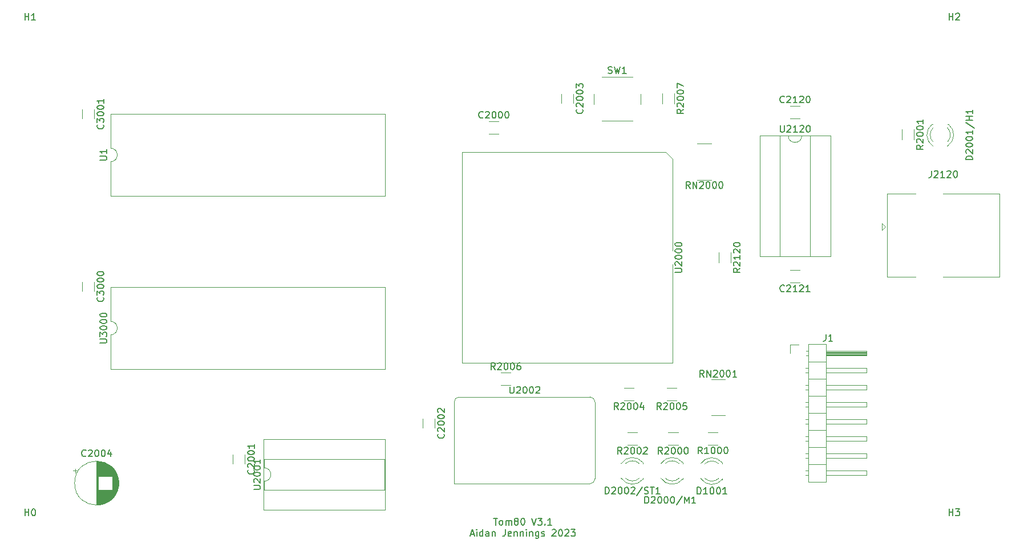
<source format=gto>
G04 #@! TF.GenerationSoftware,KiCad,Pcbnew,(5.1.10)-1*
G04 #@! TF.CreationDate,2023-11-24T10:19:20-06:00*
G04 #@! TF.ProjectId,z80vga,7a383076-6761-42e6-9b69-6361645f7063,rev?*
G04 #@! TF.SameCoordinates,Original*
G04 #@! TF.FileFunction,Legend,Top*
G04 #@! TF.FilePolarity,Positive*
%FSLAX46Y46*%
G04 Gerber Fmt 4.6, Leading zero omitted, Abs format (unit mm)*
G04 Created by KiCad (PCBNEW (5.1.10)-1) date 2023-11-24 10:19:20*
%MOMM*%
%LPD*%
G01*
G04 APERTURE LIST*
%ADD10C,0.150000*%
%ADD11C,0.120000*%
%ADD12C,1.600000*%
%ADD13R,1.600000X1.600000*%
%ADD14O,1.600000X2.400000*%
%ADD15R,1.600000X2.400000*%
%ADD16C,2.000000*%
%ADD17O,2.400000X1.600000*%
%ADD18R,2.400000X1.600000*%
%ADD19O,1.700000X1.700000*%
%ADD20R,1.700000X1.700000*%
%ADD21R,0.900000X0.900000*%
%ADD22C,3.500000*%
%ADD23C,1.700000*%
%ADD24C,1.422400*%
%ADD25R,1.422400X1.422400*%
%ADD26C,1.800000*%
%ADD27R,1.800000X1.800000*%
G04 APERTURE END LIST*
D10*
X136104857Y-124611380D02*
X136676285Y-124611380D01*
X136390571Y-125611380D02*
X136390571Y-124611380D01*
X137152476Y-125611380D02*
X137057238Y-125563761D01*
X137009619Y-125516142D01*
X136962000Y-125420904D01*
X136962000Y-125135190D01*
X137009619Y-125039952D01*
X137057238Y-124992333D01*
X137152476Y-124944714D01*
X137295333Y-124944714D01*
X137390571Y-124992333D01*
X137438190Y-125039952D01*
X137485809Y-125135190D01*
X137485809Y-125420904D01*
X137438190Y-125516142D01*
X137390571Y-125563761D01*
X137295333Y-125611380D01*
X137152476Y-125611380D01*
X137914380Y-125611380D02*
X137914380Y-124944714D01*
X137914380Y-125039952D02*
X137962000Y-124992333D01*
X138057238Y-124944714D01*
X138200095Y-124944714D01*
X138295333Y-124992333D01*
X138342952Y-125087571D01*
X138342952Y-125611380D01*
X138342952Y-125087571D02*
X138390571Y-124992333D01*
X138485809Y-124944714D01*
X138628666Y-124944714D01*
X138723904Y-124992333D01*
X138771523Y-125087571D01*
X138771523Y-125611380D01*
X139390571Y-125039952D02*
X139295333Y-124992333D01*
X139247714Y-124944714D01*
X139200095Y-124849476D01*
X139200095Y-124801857D01*
X139247714Y-124706619D01*
X139295333Y-124659000D01*
X139390571Y-124611380D01*
X139581047Y-124611380D01*
X139676285Y-124659000D01*
X139723904Y-124706619D01*
X139771523Y-124801857D01*
X139771523Y-124849476D01*
X139723904Y-124944714D01*
X139676285Y-124992333D01*
X139581047Y-125039952D01*
X139390571Y-125039952D01*
X139295333Y-125087571D01*
X139247714Y-125135190D01*
X139200095Y-125230428D01*
X139200095Y-125420904D01*
X139247714Y-125516142D01*
X139295333Y-125563761D01*
X139390571Y-125611380D01*
X139581047Y-125611380D01*
X139676285Y-125563761D01*
X139723904Y-125516142D01*
X139771523Y-125420904D01*
X139771523Y-125230428D01*
X139723904Y-125135190D01*
X139676285Y-125087571D01*
X139581047Y-125039952D01*
X140390571Y-124611380D02*
X140485809Y-124611380D01*
X140581047Y-124659000D01*
X140628666Y-124706619D01*
X140676285Y-124801857D01*
X140723904Y-124992333D01*
X140723904Y-125230428D01*
X140676285Y-125420904D01*
X140628666Y-125516142D01*
X140581047Y-125563761D01*
X140485809Y-125611380D01*
X140390571Y-125611380D01*
X140295333Y-125563761D01*
X140247714Y-125516142D01*
X140200095Y-125420904D01*
X140152476Y-125230428D01*
X140152476Y-124992333D01*
X140200095Y-124801857D01*
X140247714Y-124706619D01*
X140295333Y-124659000D01*
X140390571Y-124611380D01*
X141771523Y-124611380D02*
X142104857Y-125611380D01*
X142438190Y-124611380D01*
X142676285Y-124611380D02*
X143295333Y-124611380D01*
X142962000Y-124992333D01*
X143104857Y-124992333D01*
X143200095Y-125039952D01*
X143247714Y-125087571D01*
X143295333Y-125182809D01*
X143295333Y-125420904D01*
X143247714Y-125516142D01*
X143200095Y-125563761D01*
X143104857Y-125611380D01*
X142819142Y-125611380D01*
X142723904Y-125563761D01*
X142676285Y-125516142D01*
X143723904Y-125516142D02*
X143771523Y-125563761D01*
X143723904Y-125611380D01*
X143676285Y-125563761D01*
X143723904Y-125516142D01*
X143723904Y-125611380D01*
X144723904Y-125611380D02*
X144152476Y-125611380D01*
X144438190Y-125611380D02*
X144438190Y-124611380D01*
X144342952Y-124754238D01*
X144247714Y-124849476D01*
X144152476Y-124897095D01*
X132700095Y-126975666D02*
X133176285Y-126975666D01*
X132604857Y-127261380D02*
X132938190Y-126261380D01*
X133271523Y-127261380D01*
X133604857Y-127261380D02*
X133604857Y-126594714D01*
X133604857Y-126261380D02*
X133557238Y-126309000D01*
X133604857Y-126356619D01*
X133652476Y-126309000D01*
X133604857Y-126261380D01*
X133604857Y-126356619D01*
X134509619Y-127261380D02*
X134509619Y-126261380D01*
X134509619Y-127213761D02*
X134414380Y-127261380D01*
X134223904Y-127261380D01*
X134128666Y-127213761D01*
X134081047Y-127166142D01*
X134033428Y-127070904D01*
X134033428Y-126785190D01*
X134081047Y-126689952D01*
X134128666Y-126642333D01*
X134223904Y-126594714D01*
X134414380Y-126594714D01*
X134509619Y-126642333D01*
X135414380Y-127261380D02*
X135414380Y-126737571D01*
X135366761Y-126642333D01*
X135271523Y-126594714D01*
X135081047Y-126594714D01*
X134985809Y-126642333D01*
X135414380Y-127213761D02*
X135319142Y-127261380D01*
X135081047Y-127261380D01*
X134985809Y-127213761D01*
X134938190Y-127118523D01*
X134938190Y-127023285D01*
X134985809Y-126928047D01*
X135081047Y-126880428D01*
X135319142Y-126880428D01*
X135414380Y-126832809D01*
X135890571Y-126594714D02*
X135890571Y-127261380D01*
X135890571Y-126689952D02*
X135938190Y-126642333D01*
X136033428Y-126594714D01*
X136176285Y-126594714D01*
X136271523Y-126642333D01*
X136319142Y-126737571D01*
X136319142Y-127261380D01*
X137842952Y-126261380D02*
X137842952Y-126975666D01*
X137795333Y-127118523D01*
X137700095Y-127213761D01*
X137557238Y-127261380D01*
X137462000Y-127261380D01*
X138700095Y-127213761D02*
X138604857Y-127261380D01*
X138414380Y-127261380D01*
X138319142Y-127213761D01*
X138271523Y-127118523D01*
X138271523Y-126737571D01*
X138319142Y-126642333D01*
X138414380Y-126594714D01*
X138604857Y-126594714D01*
X138700095Y-126642333D01*
X138747714Y-126737571D01*
X138747714Y-126832809D01*
X138271523Y-126928047D01*
X139176285Y-126594714D02*
X139176285Y-127261380D01*
X139176285Y-126689952D02*
X139223904Y-126642333D01*
X139319142Y-126594714D01*
X139462000Y-126594714D01*
X139557238Y-126642333D01*
X139604857Y-126737571D01*
X139604857Y-127261380D01*
X140081047Y-126594714D02*
X140081047Y-127261380D01*
X140081047Y-126689952D02*
X140128666Y-126642333D01*
X140223904Y-126594714D01*
X140366761Y-126594714D01*
X140462000Y-126642333D01*
X140509619Y-126737571D01*
X140509619Y-127261380D01*
X140985809Y-127261380D02*
X140985809Y-126594714D01*
X140985809Y-126261380D02*
X140938190Y-126309000D01*
X140985809Y-126356619D01*
X141033428Y-126309000D01*
X140985809Y-126261380D01*
X140985809Y-126356619D01*
X141462000Y-126594714D02*
X141462000Y-127261380D01*
X141462000Y-126689952D02*
X141509619Y-126642333D01*
X141604857Y-126594714D01*
X141747714Y-126594714D01*
X141842952Y-126642333D01*
X141890571Y-126737571D01*
X141890571Y-127261380D01*
X142795333Y-126594714D02*
X142795333Y-127404238D01*
X142747714Y-127499476D01*
X142700095Y-127547095D01*
X142604857Y-127594714D01*
X142462000Y-127594714D01*
X142366761Y-127547095D01*
X142795333Y-127213761D02*
X142700095Y-127261380D01*
X142509619Y-127261380D01*
X142414380Y-127213761D01*
X142366761Y-127166142D01*
X142319142Y-127070904D01*
X142319142Y-126785190D01*
X142366761Y-126689952D01*
X142414380Y-126642333D01*
X142509619Y-126594714D01*
X142700095Y-126594714D01*
X142795333Y-126642333D01*
X143223904Y-127213761D02*
X143319142Y-127261380D01*
X143509619Y-127261380D01*
X143604857Y-127213761D01*
X143652476Y-127118523D01*
X143652476Y-127070904D01*
X143604857Y-126975666D01*
X143509619Y-126928047D01*
X143366761Y-126928047D01*
X143271523Y-126880428D01*
X143223904Y-126785190D01*
X143223904Y-126737571D01*
X143271523Y-126642333D01*
X143366761Y-126594714D01*
X143509619Y-126594714D01*
X143604857Y-126642333D01*
X144795333Y-126356619D02*
X144842952Y-126309000D01*
X144938190Y-126261380D01*
X145176285Y-126261380D01*
X145271523Y-126309000D01*
X145319142Y-126356619D01*
X145366761Y-126451857D01*
X145366761Y-126547095D01*
X145319142Y-126689952D01*
X144747714Y-127261380D01*
X145366761Y-127261380D01*
X145985809Y-126261380D02*
X146081047Y-126261380D01*
X146176285Y-126309000D01*
X146223904Y-126356619D01*
X146271523Y-126451857D01*
X146319142Y-126642333D01*
X146319142Y-126880428D01*
X146271523Y-127070904D01*
X146223904Y-127166142D01*
X146176285Y-127213761D01*
X146081047Y-127261380D01*
X145985809Y-127261380D01*
X145890571Y-127213761D01*
X145842952Y-127166142D01*
X145795333Y-127070904D01*
X145747714Y-126880428D01*
X145747714Y-126642333D01*
X145795333Y-126451857D01*
X145842952Y-126356619D01*
X145890571Y-126309000D01*
X145985809Y-126261380D01*
X146700095Y-126356619D02*
X146747714Y-126309000D01*
X146842952Y-126261380D01*
X147081047Y-126261380D01*
X147176285Y-126309000D01*
X147223904Y-126356619D01*
X147271523Y-126451857D01*
X147271523Y-126547095D01*
X147223904Y-126689952D01*
X146652476Y-127261380D01*
X147271523Y-127261380D01*
X147604857Y-126261380D02*
X148223904Y-126261380D01*
X147890571Y-126642333D01*
X148033428Y-126642333D01*
X148128666Y-126689952D01*
X148176285Y-126737571D01*
X148223904Y-126832809D01*
X148223904Y-127070904D01*
X148176285Y-127166142D01*
X148128666Y-127213761D01*
X148033428Y-127261380D01*
X147747714Y-127261380D01*
X147652476Y-127213761D01*
X147604857Y-127166142D01*
D11*
X80466000Y-119380000D02*
G75*
G03*
X80466000Y-119380000I-3270000J0D01*
G01*
X77196000Y-116150000D02*
X77196000Y-122610000D01*
X77236000Y-116150000D02*
X77236000Y-122610000D01*
X77276000Y-116150000D02*
X77276000Y-122610000D01*
X77316000Y-116152000D02*
X77316000Y-122608000D01*
X77356000Y-116153000D02*
X77356000Y-122607000D01*
X77396000Y-116156000D02*
X77396000Y-122604000D01*
X77436000Y-116158000D02*
X77436000Y-118340000D01*
X77436000Y-120420000D02*
X77436000Y-122602000D01*
X77476000Y-116162000D02*
X77476000Y-118340000D01*
X77476000Y-120420000D02*
X77476000Y-122598000D01*
X77516000Y-116165000D02*
X77516000Y-118340000D01*
X77516000Y-120420000D02*
X77516000Y-122595000D01*
X77556000Y-116169000D02*
X77556000Y-118340000D01*
X77556000Y-120420000D02*
X77556000Y-122591000D01*
X77596000Y-116174000D02*
X77596000Y-118340000D01*
X77596000Y-120420000D02*
X77596000Y-122586000D01*
X77636000Y-116179000D02*
X77636000Y-118340000D01*
X77636000Y-120420000D02*
X77636000Y-122581000D01*
X77676000Y-116185000D02*
X77676000Y-118340000D01*
X77676000Y-120420000D02*
X77676000Y-122575000D01*
X77716000Y-116191000D02*
X77716000Y-118340000D01*
X77716000Y-120420000D02*
X77716000Y-122569000D01*
X77756000Y-116198000D02*
X77756000Y-118340000D01*
X77756000Y-120420000D02*
X77756000Y-122562000D01*
X77796000Y-116205000D02*
X77796000Y-118340000D01*
X77796000Y-120420000D02*
X77796000Y-122555000D01*
X77836000Y-116213000D02*
X77836000Y-118340000D01*
X77836000Y-120420000D02*
X77836000Y-122547000D01*
X77876000Y-116221000D02*
X77876000Y-118340000D01*
X77876000Y-120420000D02*
X77876000Y-122539000D01*
X77917000Y-116230000D02*
X77917000Y-118340000D01*
X77917000Y-120420000D02*
X77917000Y-122530000D01*
X77957000Y-116239000D02*
X77957000Y-118340000D01*
X77957000Y-120420000D02*
X77957000Y-122521000D01*
X77997000Y-116249000D02*
X77997000Y-118340000D01*
X77997000Y-120420000D02*
X77997000Y-122511000D01*
X78037000Y-116259000D02*
X78037000Y-118340000D01*
X78037000Y-120420000D02*
X78037000Y-122501000D01*
X78077000Y-116270000D02*
X78077000Y-118340000D01*
X78077000Y-120420000D02*
X78077000Y-122490000D01*
X78117000Y-116282000D02*
X78117000Y-118340000D01*
X78117000Y-120420000D02*
X78117000Y-122478000D01*
X78157000Y-116294000D02*
X78157000Y-118340000D01*
X78157000Y-120420000D02*
X78157000Y-122466000D01*
X78197000Y-116306000D02*
X78197000Y-118340000D01*
X78197000Y-120420000D02*
X78197000Y-122454000D01*
X78237000Y-116319000D02*
X78237000Y-118340000D01*
X78237000Y-120420000D02*
X78237000Y-122441000D01*
X78277000Y-116333000D02*
X78277000Y-118340000D01*
X78277000Y-120420000D02*
X78277000Y-122427000D01*
X78317000Y-116347000D02*
X78317000Y-118340000D01*
X78317000Y-120420000D02*
X78317000Y-122413000D01*
X78357000Y-116362000D02*
X78357000Y-118340000D01*
X78357000Y-120420000D02*
X78357000Y-122398000D01*
X78397000Y-116378000D02*
X78397000Y-118340000D01*
X78397000Y-120420000D02*
X78397000Y-122382000D01*
X78437000Y-116394000D02*
X78437000Y-118340000D01*
X78437000Y-120420000D02*
X78437000Y-122366000D01*
X78477000Y-116410000D02*
X78477000Y-118340000D01*
X78477000Y-120420000D02*
X78477000Y-122350000D01*
X78517000Y-116428000D02*
X78517000Y-118340000D01*
X78517000Y-120420000D02*
X78517000Y-122332000D01*
X78557000Y-116446000D02*
X78557000Y-118340000D01*
X78557000Y-120420000D02*
X78557000Y-122314000D01*
X78597000Y-116464000D02*
X78597000Y-118340000D01*
X78597000Y-120420000D02*
X78597000Y-122296000D01*
X78637000Y-116484000D02*
X78637000Y-118340000D01*
X78637000Y-120420000D02*
X78637000Y-122276000D01*
X78677000Y-116504000D02*
X78677000Y-118340000D01*
X78677000Y-120420000D02*
X78677000Y-122256000D01*
X78717000Y-116524000D02*
X78717000Y-118340000D01*
X78717000Y-120420000D02*
X78717000Y-122236000D01*
X78757000Y-116546000D02*
X78757000Y-118340000D01*
X78757000Y-120420000D02*
X78757000Y-122214000D01*
X78797000Y-116568000D02*
X78797000Y-118340000D01*
X78797000Y-120420000D02*
X78797000Y-122192000D01*
X78837000Y-116590000D02*
X78837000Y-118340000D01*
X78837000Y-120420000D02*
X78837000Y-122170000D01*
X78877000Y-116614000D02*
X78877000Y-118340000D01*
X78877000Y-120420000D02*
X78877000Y-122146000D01*
X78917000Y-116638000D02*
X78917000Y-118340000D01*
X78917000Y-120420000D02*
X78917000Y-122122000D01*
X78957000Y-116664000D02*
X78957000Y-118340000D01*
X78957000Y-120420000D02*
X78957000Y-122096000D01*
X78997000Y-116690000D02*
X78997000Y-118340000D01*
X78997000Y-120420000D02*
X78997000Y-122070000D01*
X79037000Y-116716000D02*
X79037000Y-118340000D01*
X79037000Y-120420000D02*
X79037000Y-122044000D01*
X79077000Y-116744000D02*
X79077000Y-118340000D01*
X79077000Y-120420000D02*
X79077000Y-122016000D01*
X79117000Y-116773000D02*
X79117000Y-118340000D01*
X79117000Y-120420000D02*
X79117000Y-121987000D01*
X79157000Y-116802000D02*
X79157000Y-118340000D01*
X79157000Y-120420000D02*
X79157000Y-121958000D01*
X79197000Y-116832000D02*
X79197000Y-118340000D01*
X79197000Y-120420000D02*
X79197000Y-121928000D01*
X79237000Y-116864000D02*
X79237000Y-118340000D01*
X79237000Y-120420000D02*
X79237000Y-121896000D01*
X79277000Y-116896000D02*
X79277000Y-118340000D01*
X79277000Y-120420000D02*
X79277000Y-121864000D01*
X79317000Y-116930000D02*
X79317000Y-118340000D01*
X79317000Y-120420000D02*
X79317000Y-121830000D01*
X79357000Y-116964000D02*
X79357000Y-118340000D01*
X79357000Y-120420000D02*
X79357000Y-121796000D01*
X79397000Y-117000000D02*
X79397000Y-118340000D01*
X79397000Y-120420000D02*
X79397000Y-121760000D01*
X79437000Y-117037000D02*
X79437000Y-118340000D01*
X79437000Y-120420000D02*
X79437000Y-121723000D01*
X79477000Y-117075000D02*
X79477000Y-118340000D01*
X79477000Y-120420000D02*
X79477000Y-121685000D01*
X79517000Y-117115000D02*
X79517000Y-121645000D01*
X79557000Y-117156000D02*
X79557000Y-121604000D01*
X79597000Y-117198000D02*
X79597000Y-121562000D01*
X79637000Y-117243000D02*
X79637000Y-121517000D01*
X79677000Y-117288000D02*
X79677000Y-121472000D01*
X79717000Y-117336000D02*
X79717000Y-121424000D01*
X79757000Y-117385000D02*
X79757000Y-121375000D01*
X79797000Y-117436000D02*
X79797000Y-121324000D01*
X79837000Y-117490000D02*
X79837000Y-121270000D01*
X79877000Y-117546000D02*
X79877000Y-121214000D01*
X79917000Y-117604000D02*
X79917000Y-121156000D01*
X79957000Y-117666000D02*
X79957000Y-121094000D01*
X79997000Y-117730000D02*
X79997000Y-121030000D01*
X80037000Y-117799000D02*
X80037000Y-120961000D01*
X80077000Y-117871000D02*
X80077000Y-120889000D01*
X80117000Y-117948000D02*
X80117000Y-120812000D01*
X80157000Y-118030000D02*
X80157000Y-120730000D01*
X80197000Y-118118000D02*
X80197000Y-120642000D01*
X80237000Y-118215000D02*
X80237000Y-120545000D01*
X80277000Y-118321000D02*
X80277000Y-120439000D01*
X80317000Y-118440000D02*
X80317000Y-120320000D01*
X80357000Y-118578000D02*
X80357000Y-120182000D01*
X80397000Y-118747000D02*
X80397000Y-120013000D01*
X80437000Y-118978000D02*
X80437000Y-119782000D01*
X73695759Y-117541000D02*
X74325759Y-117541000D01*
X74010759Y-117226000D02*
X74010759Y-117856000D01*
X101988000Y-112860000D02*
X101988000Y-123360000D01*
X120008000Y-112860000D02*
X101988000Y-112860000D01*
X120008000Y-123360000D02*
X120008000Y-112860000D01*
X101988000Y-123360000D02*
X120008000Y-123360000D01*
X102048000Y-115860000D02*
X102048000Y-117110000D01*
X119948000Y-115860000D02*
X102048000Y-115860000D01*
X119948000Y-120360000D02*
X119948000Y-115860000D01*
X102048000Y-120360000D02*
X119948000Y-120360000D01*
X102048000Y-119110000D02*
X102048000Y-120360000D01*
X102048000Y-117110000D02*
G75*
G02*
X102048000Y-119110000I0J-1000000D01*
G01*
X157960000Y-63040000D02*
X157960000Y-61540000D01*
X156710000Y-59040000D02*
X152210000Y-59040000D01*
X150960000Y-61540000D02*
X150960000Y-63040000D01*
X152210000Y-65540000D02*
X156710000Y-65540000D01*
X161142000Y-61502936D02*
X161142000Y-62957064D01*
X162962000Y-61502936D02*
X162962000Y-62957064D01*
X146156000Y-61518748D02*
X146156000Y-62941252D01*
X147976000Y-61518748D02*
X147976000Y-62941252D01*
X186098000Y-67698000D02*
X175598000Y-67698000D01*
X186098000Y-85718000D02*
X186098000Y-67698000D01*
X175598000Y-85718000D02*
X186098000Y-85718000D01*
X175598000Y-67698000D02*
X175598000Y-85718000D01*
X183098000Y-67758000D02*
X181848000Y-67758000D01*
X183098000Y-85658000D02*
X183098000Y-67758000D01*
X178598000Y-85658000D02*
X183098000Y-85658000D01*
X178598000Y-67758000D02*
X178598000Y-85658000D01*
X179848000Y-67758000D02*
X178598000Y-67758000D01*
X181848000Y-67758000D02*
G75*
G02*
X179848000Y-67758000I-1000000J0D01*
G01*
X182796000Y-98746000D02*
X182796000Y-119186000D01*
X182796000Y-119186000D02*
X185456000Y-119186000D01*
X185456000Y-119186000D02*
X185456000Y-98746000D01*
X185456000Y-98746000D02*
X182796000Y-98746000D01*
X185456000Y-99696000D02*
X191456000Y-99696000D01*
X191456000Y-99696000D02*
X191456000Y-100456000D01*
X191456000Y-100456000D02*
X185456000Y-100456000D01*
X185456000Y-99756000D02*
X191456000Y-99756000D01*
X185456000Y-99876000D02*
X191456000Y-99876000D01*
X185456000Y-99996000D02*
X191456000Y-99996000D01*
X185456000Y-100116000D02*
X191456000Y-100116000D01*
X185456000Y-100236000D02*
X191456000Y-100236000D01*
X185456000Y-100356000D02*
X191456000Y-100356000D01*
X182466000Y-99696000D02*
X182796000Y-99696000D01*
X182466000Y-100456000D02*
X182796000Y-100456000D01*
X182796000Y-101346000D02*
X185456000Y-101346000D01*
X185456000Y-102236000D02*
X191456000Y-102236000D01*
X191456000Y-102236000D02*
X191456000Y-102996000D01*
X191456000Y-102996000D02*
X185456000Y-102996000D01*
X182398929Y-102236000D02*
X182796000Y-102236000D01*
X182398929Y-102996000D02*
X182796000Y-102996000D01*
X182796000Y-103886000D02*
X185456000Y-103886000D01*
X185456000Y-104776000D02*
X191456000Y-104776000D01*
X191456000Y-104776000D02*
X191456000Y-105536000D01*
X191456000Y-105536000D02*
X185456000Y-105536000D01*
X182398929Y-104776000D02*
X182796000Y-104776000D01*
X182398929Y-105536000D02*
X182796000Y-105536000D01*
X182796000Y-106426000D02*
X185456000Y-106426000D01*
X185456000Y-107316000D02*
X191456000Y-107316000D01*
X191456000Y-107316000D02*
X191456000Y-108076000D01*
X191456000Y-108076000D02*
X185456000Y-108076000D01*
X182398929Y-107316000D02*
X182796000Y-107316000D01*
X182398929Y-108076000D02*
X182796000Y-108076000D01*
X182796000Y-108966000D02*
X185456000Y-108966000D01*
X185456000Y-109856000D02*
X191456000Y-109856000D01*
X191456000Y-109856000D02*
X191456000Y-110616000D01*
X191456000Y-110616000D02*
X185456000Y-110616000D01*
X182398929Y-109856000D02*
X182796000Y-109856000D01*
X182398929Y-110616000D02*
X182796000Y-110616000D01*
X182796000Y-111506000D02*
X185456000Y-111506000D01*
X185456000Y-112396000D02*
X191456000Y-112396000D01*
X191456000Y-112396000D02*
X191456000Y-113156000D01*
X191456000Y-113156000D02*
X185456000Y-113156000D01*
X182398929Y-112396000D02*
X182796000Y-112396000D01*
X182398929Y-113156000D02*
X182796000Y-113156000D01*
X182796000Y-114046000D02*
X185456000Y-114046000D01*
X185456000Y-114936000D02*
X191456000Y-114936000D01*
X191456000Y-114936000D02*
X191456000Y-115696000D01*
X191456000Y-115696000D02*
X185456000Y-115696000D01*
X182398929Y-114936000D02*
X182796000Y-114936000D01*
X182398929Y-115696000D02*
X182796000Y-115696000D01*
X182796000Y-116586000D02*
X185456000Y-116586000D01*
X185456000Y-117476000D02*
X191456000Y-117476000D01*
X191456000Y-117476000D02*
X191456000Y-118236000D01*
X191456000Y-118236000D02*
X185456000Y-118236000D01*
X182398929Y-117476000D02*
X182796000Y-117476000D01*
X182398929Y-118236000D02*
X182796000Y-118236000D01*
X180086000Y-100076000D02*
X180086000Y-98806000D01*
X180086000Y-98806000D02*
X181356000Y-98806000D01*
X79256000Y-90288000D02*
X79256000Y-95348000D01*
X120016000Y-90288000D02*
X79256000Y-90288000D01*
X120016000Y-102408000D02*
X120016000Y-90288000D01*
X79256000Y-102408000D02*
X120016000Y-102408000D01*
X79256000Y-97348000D02*
X79256000Y-102408000D01*
X79256000Y-95348000D02*
G75*
G02*
X79256000Y-97348000I0J-1000000D01*
G01*
X130266000Y-119480000D02*
X150416000Y-119480000D01*
X151166000Y-118730000D02*
X151166000Y-107330000D01*
X150416000Y-106580000D02*
X131016000Y-106580000D01*
X130266000Y-107330000D02*
X130266000Y-119480000D01*
X131016000Y-106580000D02*
G75*
G03*
X130266000Y-107330000I0J-750000D01*
G01*
X151166000Y-107330000D02*
G75*
G03*
X150416000Y-106580000I-750000J0D01*
G01*
X150416000Y-119480000D02*
G75*
G03*
X151166000Y-118730000I0J750000D01*
G01*
X79256000Y-64552000D02*
X79256000Y-69612000D01*
X120016000Y-64552000D02*
X79256000Y-64552000D01*
X120016000Y-76672000D02*
X120016000Y-64552000D01*
X79256000Y-76672000D02*
X120016000Y-76672000D01*
X79256000Y-71612000D02*
X79256000Y-76672000D01*
X79256000Y-69612000D02*
G75*
G02*
X79256000Y-71612000I0J-1000000D01*
G01*
X170492000Y-103978000D02*
X168392000Y-103978000D01*
X170492000Y-109318000D02*
X168392000Y-109318000D01*
X166336000Y-74298000D02*
X168436000Y-74298000D01*
X166336000Y-68958000D02*
X168436000Y-68958000D01*
X169524000Y-85124936D02*
X169524000Y-86579064D01*
X171344000Y-85124936D02*
X171344000Y-86579064D01*
X137194936Y-104796000D02*
X138649064Y-104796000D01*
X137194936Y-102976000D02*
X138649064Y-102976000D01*
X163287064Y-105262000D02*
X161832936Y-105262000D01*
X163287064Y-107082000D02*
X161832936Y-107082000D01*
X156937064Y-105262000D02*
X155482936Y-105262000D01*
X156937064Y-107082000D02*
X155482936Y-107082000D01*
X157445064Y-111866000D02*
X155990936Y-111866000D01*
X157445064Y-113686000D02*
X155990936Y-113686000D01*
X196702000Y-66836936D02*
X196702000Y-68291064D01*
X198522000Y-66836936D02*
X198522000Y-68291064D01*
X163479064Y-111866000D02*
X162024936Y-111866000D01*
X163479064Y-113686000D02*
X162024936Y-113686000D01*
X167928936Y-113686000D02*
X169383064Y-113686000D01*
X167928936Y-111866000D02*
X169383064Y-111866000D01*
X193768000Y-81780000D02*
X194268000Y-81280000D01*
X193768000Y-80780000D02*
X193768000Y-81780000D01*
X194268000Y-81280000D02*
X193768000Y-80780000D01*
X211208000Y-88690000D02*
X202848000Y-88690000D01*
X211208000Y-76370000D02*
X211208000Y-88690000D01*
X202848000Y-76370000D02*
X211208000Y-76370000D01*
X194488000Y-88690000D02*
X198748000Y-88690000D01*
X194488000Y-76370000D02*
X194488000Y-88690000D01*
X198748000Y-76370000D02*
X194488000Y-76370000D01*
X162691000Y-101477000D02*
X162691000Y-86852000D01*
X131441000Y-101477000D02*
X162691000Y-101477000D01*
X131441000Y-70227000D02*
X131441000Y-101477000D01*
X161691000Y-70227000D02*
X131441000Y-70227000D01*
X162691000Y-71227000D02*
X161691000Y-70227000D01*
X162691000Y-84852000D02*
X162691000Y-71227000D01*
X158274000Y-116486000D02*
X158274000Y-116330000D01*
X158274000Y-118802000D02*
X158274000Y-118646000D01*
X155672870Y-116486163D02*
G75*
G02*
X157754961Y-116486000I1041130J-1079837D01*
G01*
X155672870Y-118645837D02*
G75*
G03*
X157754961Y-118646000I1041130J1079837D01*
G01*
X155041665Y-116487392D02*
G75*
G02*
X158274000Y-116330484I1672335J-1078608D01*
G01*
X155041665Y-118644608D02*
G75*
G03*
X158274000Y-118801516I1672335J1078608D01*
G01*
X201322000Y-66066000D02*
X201166000Y-66066000D01*
X203638000Y-66066000D02*
X203482000Y-66066000D01*
X201322163Y-68667130D02*
G75*
G02*
X201322000Y-66585039I1079837J1041130D01*
G01*
X203481837Y-68667130D02*
G75*
G03*
X203482000Y-66585039I-1079837J1041130D01*
G01*
X201323392Y-69298335D02*
G75*
G02*
X201166484Y-66066000I1078608J1672335D01*
G01*
X203480608Y-69298335D02*
G75*
G03*
X203637516Y-66066000I-1078608J1672335D01*
G01*
X164174000Y-116486000D02*
X164174000Y-116330000D01*
X164174000Y-118802000D02*
X164174000Y-118646000D01*
X161572870Y-116486163D02*
G75*
G02*
X163654961Y-116486000I1041130J-1079837D01*
G01*
X161572870Y-118645837D02*
G75*
G03*
X163654961Y-118646000I1041130J1079837D01*
G01*
X160941665Y-116487392D02*
G75*
G02*
X164174000Y-116330484I1672335J-1078608D01*
G01*
X160941665Y-118644608D02*
G75*
G03*
X164174000Y-118801516I1672335J1078608D01*
G01*
X170060000Y-116516000D02*
X170060000Y-116360000D01*
X170060000Y-118832000D02*
X170060000Y-118676000D01*
X167458870Y-116516163D02*
G75*
G02*
X169540961Y-116516000I1041130J-1079837D01*
G01*
X167458870Y-118675837D02*
G75*
G03*
X169540961Y-118676000I1041130J1079837D01*
G01*
X166827665Y-116517392D02*
G75*
G02*
X170060000Y-116360484I1672335J-1078608D01*
G01*
X166827665Y-118674608D02*
G75*
G03*
X170060000Y-118831516I1672335J1078608D01*
G01*
X75036000Y-63804748D02*
X75036000Y-65227252D01*
X76856000Y-63804748D02*
X76856000Y-65227252D01*
X75036000Y-89458748D02*
X75036000Y-90881252D01*
X76856000Y-89458748D02*
X76856000Y-90881252D01*
X181559252Y-87736000D02*
X180136748Y-87736000D01*
X181559252Y-89556000D02*
X180136748Y-89556000D01*
X180136748Y-65172000D02*
X181559252Y-65172000D01*
X180136748Y-63352000D02*
X181559252Y-63352000D01*
X125582000Y-109778748D02*
X125582000Y-111201252D01*
X127402000Y-109778748D02*
X127402000Y-111201252D01*
X97388000Y-115112748D02*
X97388000Y-116535252D01*
X99208000Y-115112748D02*
X99208000Y-116535252D01*
X135432748Y-67458000D02*
X136855252Y-67458000D01*
X135432748Y-65638000D02*
X136855252Y-65638000D01*
D10*
X75600761Y-115337142D02*
X75553142Y-115384761D01*
X75410285Y-115432380D01*
X75315047Y-115432380D01*
X75172190Y-115384761D01*
X75076952Y-115289523D01*
X75029333Y-115194285D01*
X74981714Y-115003809D01*
X74981714Y-114860952D01*
X75029333Y-114670476D01*
X75076952Y-114575238D01*
X75172190Y-114480000D01*
X75315047Y-114432380D01*
X75410285Y-114432380D01*
X75553142Y-114480000D01*
X75600761Y-114527619D01*
X75981714Y-114527619D02*
X76029333Y-114480000D01*
X76124571Y-114432380D01*
X76362666Y-114432380D01*
X76457904Y-114480000D01*
X76505523Y-114527619D01*
X76553142Y-114622857D01*
X76553142Y-114718095D01*
X76505523Y-114860952D01*
X75934095Y-115432380D01*
X76553142Y-115432380D01*
X77172190Y-114432380D02*
X77267428Y-114432380D01*
X77362666Y-114480000D01*
X77410285Y-114527619D01*
X77457904Y-114622857D01*
X77505523Y-114813333D01*
X77505523Y-115051428D01*
X77457904Y-115241904D01*
X77410285Y-115337142D01*
X77362666Y-115384761D01*
X77267428Y-115432380D01*
X77172190Y-115432380D01*
X77076952Y-115384761D01*
X77029333Y-115337142D01*
X76981714Y-115241904D01*
X76934095Y-115051428D01*
X76934095Y-114813333D01*
X76981714Y-114622857D01*
X77029333Y-114527619D01*
X77076952Y-114480000D01*
X77172190Y-114432380D01*
X78124571Y-114432380D02*
X78219809Y-114432380D01*
X78315047Y-114480000D01*
X78362666Y-114527619D01*
X78410285Y-114622857D01*
X78457904Y-114813333D01*
X78457904Y-115051428D01*
X78410285Y-115241904D01*
X78362666Y-115337142D01*
X78315047Y-115384761D01*
X78219809Y-115432380D01*
X78124571Y-115432380D01*
X78029333Y-115384761D01*
X77981714Y-115337142D01*
X77934095Y-115241904D01*
X77886476Y-115051428D01*
X77886476Y-114813333D01*
X77934095Y-114622857D01*
X77981714Y-114527619D01*
X78029333Y-114480000D01*
X78124571Y-114432380D01*
X79315047Y-114765714D02*
X79315047Y-115432380D01*
X79076952Y-114384761D02*
X78838857Y-115099047D01*
X79457904Y-115099047D01*
X100500380Y-120300476D02*
X101309904Y-120300476D01*
X101405142Y-120252857D01*
X101452761Y-120205238D01*
X101500380Y-120110000D01*
X101500380Y-119919523D01*
X101452761Y-119824285D01*
X101405142Y-119776666D01*
X101309904Y-119729047D01*
X100500380Y-119729047D01*
X100595619Y-119300476D02*
X100548000Y-119252857D01*
X100500380Y-119157619D01*
X100500380Y-118919523D01*
X100548000Y-118824285D01*
X100595619Y-118776666D01*
X100690857Y-118729047D01*
X100786095Y-118729047D01*
X100928952Y-118776666D01*
X101500380Y-119348095D01*
X101500380Y-118729047D01*
X100500380Y-118110000D02*
X100500380Y-118014761D01*
X100548000Y-117919523D01*
X100595619Y-117871904D01*
X100690857Y-117824285D01*
X100881333Y-117776666D01*
X101119428Y-117776666D01*
X101309904Y-117824285D01*
X101405142Y-117871904D01*
X101452761Y-117919523D01*
X101500380Y-118014761D01*
X101500380Y-118110000D01*
X101452761Y-118205238D01*
X101405142Y-118252857D01*
X101309904Y-118300476D01*
X101119428Y-118348095D01*
X100881333Y-118348095D01*
X100690857Y-118300476D01*
X100595619Y-118252857D01*
X100548000Y-118205238D01*
X100500380Y-118110000D01*
X100500380Y-117157619D02*
X100500380Y-117062380D01*
X100548000Y-116967142D01*
X100595619Y-116919523D01*
X100690857Y-116871904D01*
X100881333Y-116824285D01*
X101119428Y-116824285D01*
X101309904Y-116871904D01*
X101405142Y-116919523D01*
X101452761Y-116967142D01*
X101500380Y-117062380D01*
X101500380Y-117157619D01*
X101452761Y-117252857D01*
X101405142Y-117300476D01*
X101309904Y-117348095D01*
X101119428Y-117395714D01*
X100881333Y-117395714D01*
X100690857Y-117348095D01*
X100595619Y-117300476D01*
X100548000Y-117252857D01*
X100500380Y-117157619D01*
X101500380Y-115871904D02*
X101500380Y-116443333D01*
X101500380Y-116157619D02*
X100500380Y-116157619D01*
X100643238Y-116252857D01*
X100738476Y-116348095D01*
X100786095Y-116443333D01*
X153126666Y-58444761D02*
X153269523Y-58492380D01*
X153507619Y-58492380D01*
X153602857Y-58444761D01*
X153650476Y-58397142D01*
X153698095Y-58301904D01*
X153698095Y-58206666D01*
X153650476Y-58111428D01*
X153602857Y-58063809D01*
X153507619Y-58016190D01*
X153317142Y-57968571D01*
X153221904Y-57920952D01*
X153174285Y-57873333D01*
X153126666Y-57778095D01*
X153126666Y-57682857D01*
X153174285Y-57587619D01*
X153221904Y-57540000D01*
X153317142Y-57492380D01*
X153555238Y-57492380D01*
X153698095Y-57540000D01*
X154031428Y-57492380D02*
X154269523Y-58492380D01*
X154460000Y-57778095D01*
X154650476Y-58492380D01*
X154888571Y-57492380D01*
X155793333Y-58492380D02*
X155221904Y-58492380D01*
X155507619Y-58492380D02*
X155507619Y-57492380D01*
X155412380Y-57635238D01*
X155317142Y-57730476D01*
X155221904Y-57778095D01*
X164324380Y-63825238D02*
X163848190Y-64158571D01*
X164324380Y-64396666D02*
X163324380Y-64396666D01*
X163324380Y-64015714D01*
X163372000Y-63920476D01*
X163419619Y-63872857D01*
X163514857Y-63825238D01*
X163657714Y-63825238D01*
X163752952Y-63872857D01*
X163800571Y-63920476D01*
X163848190Y-64015714D01*
X163848190Y-64396666D01*
X163419619Y-63444285D02*
X163372000Y-63396666D01*
X163324380Y-63301428D01*
X163324380Y-63063333D01*
X163372000Y-62968095D01*
X163419619Y-62920476D01*
X163514857Y-62872857D01*
X163610095Y-62872857D01*
X163752952Y-62920476D01*
X164324380Y-63491904D01*
X164324380Y-62872857D01*
X163324380Y-62253809D02*
X163324380Y-62158571D01*
X163372000Y-62063333D01*
X163419619Y-62015714D01*
X163514857Y-61968095D01*
X163705333Y-61920476D01*
X163943428Y-61920476D01*
X164133904Y-61968095D01*
X164229142Y-62015714D01*
X164276761Y-62063333D01*
X164324380Y-62158571D01*
X164324380Y-62253809D01*
X164276761Y-62349047D01*
X164229142Y-62396666D01*
X164133904Y-62444285D01*
X163943428Y-62491904D01*
X163705333Y-62491904D01*
X163514857Y-62444285D01*
X163419619Y-62396666D01*
X163372000Y-62349047D01*
X163324380Y-62253809D01*
X163324380Y-61301428D02*
X163324380Y-61206190D01*
X163372000Y-61110952D01*
X163419619Y-61063333D01*
X163514857Y-61015714D01*
X163705333Y-60968095D01*
X163943428Y-60968095D01*
X164133904Y-61015714D01*
X164229142Y-61063333D01*
X164276761Y-61110952D01*
X164324380Y-61206190D01*
X164324380Y-61301428D01*
X164276761Y-61396666D01*
X164229142Y-61444285D01*
X164133904Y-61491904D01*
X163943428Y-61539523D01*
X163705333Y-61539523D01*
X163514857Y-61491904D01*
X163419619Y-61444285D01*
X163372000Y-61396666D01*
X163324380Y-61301428D01*
X163324380Y-60634761D02*
X163324380Y-59968095D01*
X164324380Y-60396666D01*
X149273142Y-63825238D02*
X149320761Y-63872857D01*
X149368380Y-64015714D01*
X149368380Y-64110952D01*
X149320761Y-64253809D01*
X149225523Y-64349047D01*
X149130285Y-64396666D01*
X148939809Y-64444285D01*
X148796952Y-64444285D01*
X148606476Y-64396666D01*
X148511238Y-64349047D01*
X148416000Y-64253809D01*
X148368380Y-64110952D01*
X148368380Y-64015714D01*
X148416000Y-63872857D01*
X148463619Y-63825238D01*
X148463619Y-63444285D02*
X148416000Y-63396666D01*
X148368380Y-63301428D01*
X148368380Y-63063333D01*
X148416000Y-62968095D01*
X148463619Y-62920476D01*
X148558857Y-62872857D01*
X148654095Y-62872857D01*
X148796952Y-62920476D01*
X149368380Y-63491904D01*
X149368380Y-62872857D01*
X148368380Y-62253809D02*
X148368380Y-62158571D01*
X148416000Y-62063333D01*
X148463619Y-62015714D01*
X148558857Y-61968095D01*
X148749333Y-61920476D01*
X148987428Y-61920476D01*
X149177904Y-61968095D01*
X149273142Y-62015714D01*
X149320761Y-62063333D01*
X149368380Y-62158571D01*
X149368380Y-62253809D01*
X149320761Y-62349047D01*
X149273142Y-62396666D01*
X149177904Y-62444285D01*
X148987428Y-62491904D01*
X148749333Y-62491904D01*
X148558857Y-62444285D01*
X148463619Y-62396666D01*
X148416000Y-62349047D01*
X148368380Y-62253809D01*
X148368380Y-61301428D02*
X148368380Y-61206190D01*
X148416000Y-61110952D01*
X148463619Y-61063333D01*
X148558857Y-61015714D01*
X148749333Y-60968095D01*
X148987428Y-60968095D01*
X149177904Y-61015714D01*
X149273142Y-61063333D01*
X149320761Y-61110952D01*
X149368380Y-61206190D01*
X149368380Y-61301428D01*
X149320761Y-61396666D01*
X149273142Y-61444285D01*
X149177904Y-61491904D01*
X148987428Y-61539523D01*
X148749333Y-61539523D01*
X148558857Y-61491904D01*
X148463619Y-61444285D01*
X148416000Y-61396666D01*
X148368380Y-61301428D01*
X148368380Y-60634761D02*
X148368380Y-60015714D01*
X148749333Y-60349047D01*
X148749333Y-60206190D01*
X148796952Y-60110952D01*
X148844571Y-60063333D01*
X148939809Y-60015714D01*
X149177904Y-60015714D01*
X149273142Y-60063333D01*
X149320761Y-60110952D01*
X149368380Y-60206190D01*
X149368380Y-60491904D01*
X149320761Y-60587142D01*
X149273142Y-60634761D01*
X178657523Y-66210380D02*
X178657523Y-67019904D01*
X178705142Y-67115142D01*
X178752761Y-67162761D01*
X178848000Y-67210380D01*
X179038476Y-67210380D01*
X179133714Y-67162761D01*
X179181333Y-67115142D01*
X179228952Y-67019904D01*
X179228952Y-66210380D01*
X179657523Y-66305619D02*
X179705142Y-66258000D01*
X179800380Y-66210380D01*
X180038476Y-66210380D01*
X180133714Y-66258000D01*
X180181333Y-66305619D01*
X180228952Y-66400857D01*
X180228952Y-66496095D01*
X180181333Y-66638952D01*
X179609904Y-67210380D01*
X180228952Y-67210380D01*
X181181333Y-67210380D02*
X180609904Y-67210380D01*
X180895619Y-67210380D02*
X180895619Y-66210380D01*
X180800380Y-66353238D01*
X180705142Y-66448476D01*
X180609904Y-66496095D01*
X181562285Y-66305619D02*
X181609904Y-66258000D01*
X181705142Y-66210380D01*
X181943238Y-66210380D01*
X182038476Y-66258000D01*
X182086095Y-66305619D01*
X182133714Y-66400857D01*
X182133714Y-66496095D01*
X182086095Y-66638952D01*
X181514666Y-67210380D01*
X182133714Y-67210380D01*
X182752761Y-66210380D02*
X182848000Y-66210380D01*
X182943238Y-66258000D01*
X182990857Y-66305619D01*
X183038476Y-66400857D01*
X183086095Y-66591333D01*
X183086095Y-66829428D01*
X183038476Y-67019904D01*
X182990857Y-67115142D01*
X182943238Y-67162761D01*
X182848000Y-67210380D01*
X182752761Y-67210380D01*
X182657523Y-67162761D01*
X182609904Y-67115142D01*
X182562285Y-67019904D01*
X182514666Y-66829428D01*
X182514666Y-66591333D01*
X182562285Y-66400857D01*
X182609904Y-66305619D01*
X182657523Y-66258000D01*
X182752761Y-66210380D01*
X185407666Y-97258380D02*
X185407666Y-97972666D01*
X185360047Y-98115523D01*
X185264809Y-98210761D01*
X185121952Y-98258380D01*
X185026714Y-98258380D01*
X186407666Y-98258380D02*
X185836238Y-98258380D01*
X186121952Y-98258380D02*
X186121952Y-97258380D01*
X186026714Y-97401238D01*
X185931476Y-97496476D01*
X185836238Y-97544095D01*
X77708380Y-98538476D02*
X78517904Y-98538476D01*
X78613142Y-98490857D01*
X78660761Y-98443238D01*
X78708380Y-98348000D01*
X78708380Y-98157523D01*
X78660761Y-98062285D01*
X78613142Y-98014666D01*
X78517904Y-97967047D01*
X77708380Y-97967047D01*
X77708380Y-97586095D02*
X77708380Y-96967047D01*
X78089333Y-97300380D01*
X78089333Y-97157523D01*
X78136952Y-97062285D01*
X78184571Y-97014666D01*
X78279809Y-96967047D01*
X78517904Y-96967047D01*
X78613142Y-97014666D01*
X78660761Y-97062285D01*
X78708380Y-97157523D01*
X78708380Y-97443238D01*
X78660761Y-97538476D01*
X78613142Y-97586095D01*
X77708380Y-96348000D02*
X77708380Y-96252761D01*
X77756000Y-96157523D01*
X77803619Y-96109904D01*
X77898857Y-96062285D01*
X78089333Y-96014666D01*
X78327428Y-96014666D01*
X78517904Y-96062285D01*
X78613142Y-96109904D01*
X78660761Y-96157523D01*
X78708380Y-96252761D01*
X78708380Y-96348000D01*
X78660761Y-96443238D01*
X78613142Y-96490857D01*
X78517904Y-96538476D01*
X78327428Y-96586095D01*
X78089333Y-96586095D01*
X77898857Y-96538476D01*
X77803619Y-96490857D01*
X77756000Y-96443238D01*
X77708380Y-96348000D01*
X77708380Y-95395619D02*
X77708380Y-95300380D01*
X77756000Y-95205142D01*
X77803619Y-95157523D01*
X77898857Y-95109904D01*
X78089333Y-95062285D01*
X78327428Y-95062285D01*
X78517904Y-95109904D01*
X78613142Y-95157523D01*
X78660761Y-95205142D01*
X78708380Y-95300380D01*
X78708380Y-95395619D01*
X78660761Y-95490857D01*
X78613142Y-95538476D01*
X78517904Y-95586095D01*
X78327428Y-95633714D01*
X78089333Y-95633714D01*
X77898857Y-95586095D01*
X77803619Y-95538476D01*
X77756000Y-95490857D01*
X77708380Y-95395619D01*
X77708380Y-94443238D02*
X77708380Y-94348000D01*
X77756000Y-94252761D01*
X77803619Y-94205142D01*
X77898857Y-94157523D01*
X78089333Y-94109904D01*
X78327428Y-94109904D01*
X78517904Y-94157523D01*
X78613142Y-94205142D01*
X78660761Y-94252761D01*
X78708380Y-94348000D01*
X78708380Y-94443238D01*
X78660761Y-94538476D01*
X78613142Y-94586095D01*
X78517904Y-94633714D01*
X78327428Y-94681333D01*
X78089333Y-94681333D01*
X77898857Y-94633714D01*
X77803619Y-94586095D01*
X77756000Y-94538476D01*
X77708380Y-94443238D01*
X138525523Y-105032380D02*
X138525523Y-105841904D01*
X138573142Y-105937142D01*
X138620761Y-105984761D01*
X138716000Y-106032380D01*
X138906476Y-106032380D01*
X139001714Y-105984761D01*
X139049333Y-105937142D01*
X139096952Y-105841904D01*
X139096952Y-105032380D01*
X139525523Y-105127619D02*
X139573142Y-105080000D01*
X139668380Y-105032380D01*
X139906476Y-105032380D01*
X140001714Y-105080000D01*
X140049333Y-105127619D01*
X140096952Y-105222857D01*
X140096952Y-105318095D01*
X140049333Y-105460952D01*
X139477904Y-106032380D01*
X140096952Y-106032380D01*
X140716000Y-105032380D02*
X140811238Y-105032380D01*
X140906476Y-105080000D01*
X140954095Y-105127619D01*
X141001714Y-105222857D01*
X141049333Y-105413333D01*
X141049333Y-105651428D01*
X141001714Y-105841904D01*
X140954095Y-105937142D01*
X140906476Y-105984761D01*
X140811238Y-106032380D01*
X140716000Y-106032380D01*
X140620761Y-105984761D01*
X140573142Y-105937142D01*
X140525523Y-105841904D01*
X140477904Y-105651428D01*
X140477904Y-105413333D01*
X140525523Y-105222857D01*
X140573142Y-105127619D01*
X140620761Y-105080000D01*
X140716000Y-105032380D01*
X141668380Y-105032380D02*
X141763619Y-105032380D01*
X141858857Y-105080000D01*
X141906476Y-105127619D01*
X141954095Y-105222857D01*
X142001714Y-105413333D01*
X142001714Y-105651428D01*
X141954095Y-105841904D01*
X141906476Y-105937142D01*
X141858857Y-105984761D01*
X141763619Y-106032380D01*
X141668380Y-106032380D01*
X141573142Y-105984761D01*
X141525523Y-105937142D01*
X141477904Y-105841904D01*
X141430285Y-105651428D01*
X141430285Y-105413333D01*
X141477904Y-105222857D01*
X141525523Y-105127619D01*
X141573142Y-105080000D01*
X141668380Y-105032380D01*
X142382666Y-105127619D02*
X142430285Y-105080000D01*
X142525523Y-105032380D01*
X142763619Y-105032380D01*
X142858857Y-105080000D01*
X142906476Y-105127619D01*
X142954095Y-105222857D01*
X142954095Y-105318095D01*
X142906476Y-105460952D01*
X142335047Y-106032380D01*
X142954095Y-106032380D01*
X77708380Y-71373904D02*
X78517904Y-71373904D01*
X78613142Y-71326285D01*
X78660761Y-71278666D01*
X78708380Y-71183428D01*
X78708380Y-70992952D01*
X78660761Y-70897714D01*
X78613142Y-70850095D01*
X78517904Y-70802476D01*
X77708380Y-70802476D01*
X78708380Y-69802476D02*
X78708380Y-70373904D01*
X78708380Y-70088190D02*
X77708380Y-70088190D01*
X77851238Y-70183428D01*
X77946476Y-70278666D01*
X77994095Y-70373904D01*
X167322952Y-103600380D02*
X166989619Y-103124190D01*
X166751523Y-103600380D02*
X166751523Y-102600380D01*
X167132476Y-102600380D01*
X167227714Y-102648000D01*
X167275333Y-102695619D01*
X167322952Y-102790857D01*
X167322952Y-102933714D01*
X167275333Y-103028952D01*
X167227714Y-103076571D01*
X167132476Y-103124190D01*
X166751523Y-103124190D01*
X167751523Y-103600380D02*
X167751523Y-102600380D01*
X168322952Y-103600380D01*
X168322952Y-102600380D01*
X168751523Y-102695619D02*
X168799142Y-102648000D01*
X168894380Y-102600380D01*
X169132476Y-102600380D01*
X169227714Y-102648000D01*
X169275333Y-102695619D01*
X169322952Y-102790857D01*
X169322952Y-102886095D01*
X169275333Y-103028952D01*
X168703904Y-103600380D01*
X169322952Y-103600380D01*
X169942000Y-102600380D02*
X170037238Y-102600380D01*
X170132476Y-102648000D01*
X170180095Y-102695619D01*
X170227714Y-102790857D01*
X170275333Y-102981333D01*
X170275333Y-103219428D01*
X170227714Y-103409904D01*
X170180095Y-103505142D01*
X170132476Y-103552761D01*
X170037238Y-103600380D01*
X169942000Y-103600380D01*
X169846761Y-103552761D01*
X169799142Y-103505142D01*
X169751523Y-103409904D01*
X169703904Y-103219428D01*
X169703904Y-102981333D01*
X169751523Y-102790857D01*
X169799142Y-102695619D01*
X169846761Y-102648000D01*
X169942000Y-102600380D01*
X170894380Y-102600380D02*
X170989619Y-102600380D01*
X171084857Y-102648000D01*
X171132476Y-102695619D01*
X171180095Y-102790857D01*
X171227714Y-102981333D01*
X171227714Y-103219428D01*
X171180095Y-103409904D01*
X171132476Y-103505142D01*
X171084857Y-103552761D01*
X170989619Y-103600380D01*
X170894380Y-103600380D01*
X170799142Y-103552761D01*
X170751523Y-103505142D01*
X170703904Y-103409904D01*
X170656285Y-103219428D01*
X170656285Y-102981333D01*
X170703904Y-102790857D01*
X170751523Y-102695619D01*
X170799142Y-102648000D01*
X170894380Y-102600380D01*
X172180095Y-103600380D02*
X171608666Y-103600380D01*
X171894380Y-103600380D02*
X171894380Y-102600380D01*
X171799142Y-102743238D01*
X171703904Y-102838476D01*
X171608666Y-102886095D01*
X165266952Y-75580380D02*
X164933619Y-75104190D01*
X164695523Y-75580380D02*
X164695523Y-74580380D01*
X165076476Y-74580380D01*
X165171714Y-74628000D01*
X165219333Y-74675619D01*
X165266952Y-74770857D01*
X165266952Y-74913714D01*
X165219333Y-75008952D01*
X165171714Y-75056571D01*
X165076476Y-75104190D01*
X164695523Y-75104190D01*
X165695523Y-75580380D02*
X165695523Y-74580380D01*
X166266952Y-75580380D01*
X166266952Y-74580380D01*
X166695523Y-74675619D02*
X166743142Y-74628000D01*
X166838380Y-74580380D01*
X167076476Y-74580380D01*
X167171714Y-74628000D01*
X167219333Y-74675619D01*
X167266952Y-74770857D01*
X167266952Y-74866095D01*
X167219333Y-75008952D01*
X166647904Y-75580380D01*
X167266952Y-75580380D01*
X167886000Y-74580380D02*
X167981238Y-74580380D01*
X168076476Y-74628000D01*
X168124095Y-74675619D01*
X168171714Y-74770857D01*
X168219333Y-74961333D01*
X168219333Y-75199428D01*
X168171714Y-75389904D01*
X168124095Y-75485142D01*
X168076476Y-75532761D01*
X167981238Y-75580380D01*
X167886000Y-75580380D01*
X167790761Y-75532761D01*
X167743142Y-75485142D01*
X167695523Y-75389904D01*
X167647904Y-75199428D01*
X167647904Y-74961333D01*
X167695523Y-74770857D01*
X167743142Y-74675619D01*
X167790761Y-74628000D01*
X167886000Y-74580380D01*
X168838380Y-74580380D02*
X168933619Y-74580380D01*
X169028857Y-74628000D01*
X169076476Y-74675619D01*
X169124095Y-74770857D01*
X169171714Y-74961333D01*
X169171714Y-75199428D01*
X169124095Y-75389904D01*
X169076476Y-75485142D01*
X169028857Y-75532761D01*
X168933619Y-75580380D01*
X168838380Y-75580380D01*
X168743142Y-75532761D01*
X168695523Y-75485142D01*
X168647904Y-75389904D01*
X168600285Y-75199428D01*
X168600285Y-74961333D01*
X168647904Y-74770857D01*
X168695523Y-74675619D01*
X168743142Y-74628000D01*
X168838380Y-74580380D01*
X169790761Y-74580380D02*
X169886000Y-74580380D01*
X169981238Y-74628000D01*
X170028857Y-74675619D01*
X170076476Y-74770857D01*
X170124095Y-74961333D01*
X170124095Y-75199428D01*
X170076476Y-75389904D01*
X170028857Y-75485142D01*
X169981238Y-75532761D01*
X169886000Y-75580380D01*
X169790761Y-75580380D01*
X169695523Y-75532761D01*
X169647904Y-75485142D01*
X169600285Y-75389904D01*
X169552666Y-75199428D01*
X169552666Y-74961333D01*
X169600285Y-74770857D01*
X169647904Y-74675619D01*
X169695523Y-74628000D01*
X169790761Y-74580380D01*
X172706380Y-87447238D02*
X172230190Y-87780571D01*
X172706380Y-88018666D02*
X171706380Y-88018666D01*
X171706380Y-87637714D01*
X171754000Y-87542476D01*
X171801619Y-87494857D01*
X171896857Y-87447238D01*
X172039714Y-87447238D01*
X172134952Y-87494857D01*
X172182571Y-87542476D01*
X172230190Y-87637714D01*
X172230190Y-88018666D01*
X171801619Y-87066285D02*
X171754000Y-87018666D01*
X171706380Y-86923428D01*
X171706380Y-86685333D01*
X171754000Y-86590095D01*
X171801619Y-86542476D01*
X171896857Y-86494857D01*
X171992095Y-86494857D01*
X172134952Y-86542476D01*
X172706380Y-87113904D01*
X172706380Y-86494857D01*
X172706380Y-85542476D02*
X172706380Y-86113904D01*
X172706380Y-85828190D02*
X171706380Y-85828190D01*
X171849238Y-85923428D01*
X171944476Y-86018666D01*
X171992095Y-86113904D01*
X171801619Y-85161523D02*
X171754000Y-85113904D01*
X171706380Y-85018666D01*
X171706380Y-84780571D01*
X171754000Y-84685333D01*
X171801619Y-84637714D01*
X171896857Y-84590095D01*
X171992095Y-84590095D01*
X172134952Y-84637714D01*
X172706380Y-85209142D01*
X172706380Y-84590095D01*
X171706380Y-83971047D02*
X171706380Y-83875809D01*
X171754000Y-83780571D01*
X171801619Y-83732952D01*
X171896857Y-83685333D01*
X172087333Y-83637714D01*
X172325428Y-83637714D01*
X172515904Y-83685333D01*
X172611142Y-83732952D01*
X172658761Y-83780571D01*
X172706380Y-83875809D01*
X172706380Y-83971047D01*
X172658761Y-84066285D01*
X172611142Y-84113904D01*
X172515904Y-84161523D01*
X172325428Y-84209142D01*
X172087333Y-84209142D01*
X171896857Y-84161523D01*
X171801619Y-84113904D01*
X171754000Y-84066285D01*
X171706380Y-83971047D01*
X136326761Y-102518380D02*
X135993428Y-102042190D01*
X135755333Y-102518380D02*
X135755333Y-101518380D01*
X136136285Y-101518380D01*
X136231523Y-101566000D01*
X136279142Y-101613619D01*
X136326761Y-101708857D01*
X136326761Y-101851714D01*
X136279142Y-101946952D01*
X136231523Y-101994571D01*
X136136285Y-102042190D01*
X135755333Y-102042190D01*
X136707714Y-101613619D02*
X136755333Y-101566000D01*
X136850571Y-101518380D01*
X137088666Y-101518380D01*
X137183904Y-101566000D01*
X137231523Y-101613619D01*
X137279142Y-101708857D01*
X137279142Y-101804095D01*
X137231523Y-101946952D01*
X136660095Y-102518380D01*
X137279142Y-102518380D01*
X137898190Y-101518380D02*
X137993428Y-101518380D01*
X138088666Y-101566000D01*
X138136285Y-101613619D01*
X138183904Y-101708857D01*
X138231523Y-101899333D01*
X138231523Y-102137428D01*
X138183904Y-102327904D01*
X138136285Y-102423142D01*
X138088666Y-102470761D01*
X137993428Y-102518380D01*
X137898190Y-102518380D01*
X137802952Y-102470761D01*
X137755333Y-102423142D01*
X137707714Y-102327904D01*
X137660095Y-102137428D01*
X137660095Y-101899333D01*
X137707714Y-101708857D01*
X137755333Y-101613619D01*
X137802952Y-101566000D01*
X137898190Y-101518380D01*
X138850571Y-101518380D02*
X138945809Y-101518380D01*
X139041047Y-101566000D01*
X139088666Y-101613619D01*
X139136285Y-101708857D01*
X139183904Y-101899333D01*
X139183904Y-102137428D01*
X139136285Y-102327904D01*
X139088666Y-102423142D01*
X139041047Y-102470761D01*
X138945809Y-102518380D01*
X138850571Y-102518380D01*
X138755333Y-102470761D01*
X138707714Y-102423142D01*
X138660095Y-102327904D01*
X138612476Y-102137428D01*
X138612476Y-101899333D01*
X138660095Y-101708857D01*
X138707714Y-101613619D01*
X138755333Y-101566000D01*
X138850571Y-101518380D01*
X140041047Y-101518380D02*
X139850571Y-101518380D01*
X139755333Y-101566000D01*
X139707714Y-101613619D01*
X139612476Y-101756476D01*
X139564857Y-101946952D01*
X139564857Y-102327904D01*
X139612476Y-102423142D01*
X139660095Y-102470761D01*
X139755333Y-102518380D01*
X139945809Y-102518380D01*
X140041047Y-102470761D01*
X140088666Y-102423142D01*
X140136285Y-102327904D01*
X140136285Y-102089809D01*
X140088666Y-101994571D01*
X140041047Y-101946952D01*
X139945809Y-101899333D01*
X139755333Y-101899333D01*
X139660095Y-101946952D01*
X139612476Y-101994571D01*
X139564857Y-102089809D01*
X160964761Y-108444380D02*
X160631428Y-107968190D01*
X160393333Y-108444380D02*
X160393333Y-107444380D01*
X160774285Y-107444380D01*
X160869523Y-107492000D01*
X160917142Y-107539619D01*
X160964761Y-107634857D01*
X160964761Y-107777714D01*
X160917142Y-107872952D01*
X160869523Y-107920571D01*
X160774285Y-107968190D01*
X160393333Y-107968190D01*
X161345714Y-107539619D02*
X161393333Y-107492000D01*
X161488571Y-107444380D01*
X161726666Y-107444380D01*
X161821904Y-107492000D01*
X161869523Y-107539619D01*
X161917142Y-107634857D01*
X161917142Y-107730095D01*
X161869523Y-107872952D01*
X161298095Y-108444380D01*
X161917142Y-108444380D01*
X162536190Y-107444380D02*
X162631428Y-107444380D01*
X162726666Y-107492000D01*
X162774285Y-107539619D01*
X162821904Y-107634857D01*
X162869523Y-107825333D01*
X162869523Y-108063428D01*
X162821904Y-108253904D01*
X162774285Y-108349142D01*
X162726666Y-108396761D01*
X162631428Y-108444380D01*
X162536190Y-108444380D01*
X162440952Y-108396761D01*
X162393333Y-108349142D01*
X162345714Y-108253904D01*
X162298095Y-108063428D01*
X162298095Y-107825333D01*
X162345714Y-107634857D01*
X162393333Y-107539619D01*
X162440952Y-107492000D01*
X162536190Y-107444380D01*
X163488571Y-107444380D02*
X163583809Y-107444380D01*
X163679047Y-107492000D01*
X163726666Y-107539619D01*
X163774285Y-107634857D01*
X163821904Y-107825333D01*
X163821904Y-108063428D01*
X163774285Y-108253904D01*
X163726666Y-108349142D01*
X163679047Y-108396761D01*
X163583809Y-108444380D01*
X163488571Y-108444380D01*
X163393333Y-108396761D01*
X163345714Y-108349142D01*
X163298095Y-108253904D01*
X163250476Y-108063428D01*
X163250476Y-107825333D01*
X163298095Y-107634857D01*
X163345714Y-107539619D01*
X163393333Y-107492000D01*
X163488571Y-107444380D01*
X164726666Y-107444380D02*
X164250476Y-107444380D01*
X164202857Y-107920571D01*
X164250476Y-107872952D01*
X164345714Y-107825333D01*
X164583809Y-107825333D01*
X164679047Y-107872952D01*
X164726666Y-107920571D01*
X164774285Y-108015809D01*
X164774285Y-108253904D01*
X164726666Y-108349142D01*
X164679047Y-108396761D01*
X164583809Y-108444380D01*
X164345714Y-108444380D01*
X164250476Y-108396761D01*
X164202857Y-108349142D01*
X154614761Y-108444380D02*
X154281428Y-107968190D01*
X154043333Y-108444380D02*
X154043333Y-107444380D01*
X154424285Y-107444380D01*
X154519523Y-107492000D01*
X154567142Y-107539619D01*
X154614761Y-107634857D01*
X154614761Y-107777714D01*
X154567142Y-107872952D01*
X154519523Y-107920571D01*
X154424285Y-107968190D01*
X154043333Y-107968190D01*
X154995714Y-107539619D02*
X155043333Y-107492000D01*
X155138571Y-107444380D01*
X155376666Y-107444380D01*
X155471904Y-107492000D01*
X155519523Y-107539619D01*
X155567142Y-107634857D01*
X155567142Y-107730095D01*
X155519523Y-107872952D01*
X154948095Y-108444380D01*
X155567142Y-108444380D01*
X156186190Y-107444380D02*
X156281428Y-107444380D01*
X156376666Y-107492000D01*
X156424285Y-107539619D01*
X156471904Y-107634857D01*
X156519523Y-107825333D01*
X156519523Y-108063428D01*
X156471904Y-108253904D01*
X156424285Y-108349142D01*
X156376666Y-108396761D01*
X156281428Y-108444380D01*
X156186190Y-108444380D01*
X156090952Y-108396761D01*
X156043333Y-108349142D01*
X155995714Y-108253904D01*
X155948095Y-108063428D01*
X155948095Y-107825333D01*
X155995714Y-107634857D01*
X156043333Y-107539619D01*
X156090952Y-107492000D01*
X156186190Y-107444380D01*
X157138571Y-107444380D02*
X157233809Y-107444380D01*
X157329047Y-107492000D01*
X157376666Y-107539619D01*
X157424285Y-107634857D01*
X157471904Y-107825333D01*
X157471904Y-108063428D01*
X157424285Y-108253904D01*
X157376666Y-108349142D01*
X157329047Y-108396761D01*
X157233809Y-108444380D01*
X157138571Y-108444380D01*
X157043333Y-108396761D01*
X156995714Y-108349142D01*
X156948095Y-108253904D01*
X156900476Y-108063428D01*
X156900476Y-107825333D01*
X156948095Y-107634857D01*
X156995714Y-107539619D01*
X157043333Y-107492000D01*
X157138571Y-107444380D01*
X158329047Y-107777714D02*
X158329047Y-108444380D01*
X158090952Y-107396761D02*
X157852857Y-108111047D01*
X158471904Y-108111047D01*
X155122761Y-115048380D02*
X154789428Y-114572190D01*
X154551333Y-115048380D02*
X154551333Y-114048380D01*
X154932285Y-114048380D01*
X155027523Y-114096000D01*
X155075142Y-114143619D01*
X155122761Y-114238857D01*
X155122761Y-114381714D01*
X155075142Y-114476952D01*
X155027523Y-114524571D01*
X154932285Y-114572190D01*
X154551333Y-114572190D01*
X155503714Y-114143619D02*
X155551333Y-114096000D01*
X155646571Y-114048380D01*
X155884666Y-114048380D01*
X155979904Y-114096000D01*
X156027523Y-114143619D01*
X156075142Y-114238857D01*
X156075142Y-114334095D01*
X156027523Y-114476952D01*
X155456095Y-115048380D01*
X156075142Y-115048380D01*
X156694190Y-114048380D02*
X156789428Y-114048380D01*
X156884666Y-114096000D01*
X156932285Y-114143619D01*
X156979904Y-114238857D01*
X157027523Y-114429333D01*
X157027523Y-114667428D01*
X156979904Y-114857904D01*
X156932285Y-114953142D01*
X156884666Y-115000761D01*
X156789428Y-115048380D01*
X156694190Y-115048380D01*
X156598952Y-115000761D01*
X156551333Y-114953142D01*
X156503714Y-114857904D01*
X156456095Y-114667428D01*
X156456095Y-114429333D01*
X156503714Y-114238857D01*
X156551333Y-114143619D01*
X156598952Y-114096000D01*
X156694190Y-114048380D01*
X157646571Y-114048380D02*
X157741809Y-114048380D01*
X157837047Y-114096000D01*
X157884666Y-114143619D01*
X157932285Y-114238857D01*
X157979904Y-114429333D01*
X157979904Y-114667428D01*
X157932285Y-114857904D01*
X157884666Y-114953142D01*
X157837047Y-115000761D01*
X157741809Y-115048380D01*
X157646571Y-115048380D01*
X157551333Y-115000761D01*
X157503714Y-114953142D01*
X157456095Y-114857904D01*
X157408476Y-114667428D01*
X157408476Y-114429333D01*
X157456095Y-114238857D01*
X157503714Y-114143619D01*
X157551333Y-114096000D01*
X157646571Y-114048380D01*
X158360857Y-114143619D02*
X158408476Y-114096000D01*
X158503714Y-114048380D01*
X158741809Y-114048380D01*
X158837047Y-114096000D01*
X158884666Y-114143619D01*
X158932285Y-114238857D01*
X158932285Y-114334095D01*
X158884666Y-114476952D01*
X158313238Y-115048380D01*
X158932285Y-115048380D01*
X199884380Y-69159238D02*
X199408190Y-69492571D01*
X199884380Y-69730666D02*
X198884380Y-69730666D01*
X198884380Y-69349714D01*
X198932000Y-69254476D01*
X198979619Y-69206857D01*
X199074857Y-69159238D01*
X199217714Y-69159238D01*
X199312952Y-69206857D01*
X199360571Y-69254476D01*
X199408190Y-69349714D01*
X199408190Y-69730666D01*
X198979619Y-68778285D02*
X198932000Y-68730666D01*
X198884380Y-68635428D01*
X198884380Y-68397333D01*
X198932000Y-68302095D01*
X198979619Y-68254476D01*
X199074857Y-68206857D01*
X199170095Y-68206857D01*
X199312952Y-68254476D01*
X199884380Y-68825904D01*
X199884380Y-68206857D01*
X198884380Y-67587809D02*
X198884380Y-67492571D01*
X198932000Y-67397333D01*
X198979619Y-67349714D01*
X199074857Y-67302095D01*
X199265333Y-67254476D01*
X199503428Y-67254476D01*
X199693904Y-67302095D01*
X199789142Y-67349714D01*
X199836761Y-67397333D01*
X199884380Y-67492571D01*
X199884380Y-67587809D01*
X199836761Y-67683047D01*
X199789142Y-67730666D01*
X199693904Y-67778285D01*
X199503428Y-67825904D01*
X199265333Y-67825904D01*
X199074857Y-67778285D01*
X198979619Y-67730666D01*
X198932000Y-67683047D01*
X198884380Y-67587809D01*
X198884380Y-66635428D02*
X198884380Y-66540190D01*
X198932000Y-66444952D01*
X198979619Y-66397333D01*
X199074857Y-66349714D01*
X199265333Y-66302095D01*
X199503428Y-66302095D01*
X199693904Y-66349714D01*
X199789142Y-66397333D01*
X199836761Y-66444952D01*
X199884380Y-66540190D01*
X199884380Y-66635428D01*
X199836761Y-66730666D01*
X199789142Y-66778285D01*
X199693904Y-66825904D01*
X199503428Y-66873523D01*
X199265333Y-66873523D01*
X199074857Y-66825904D01*
X198979619Y-66778285D01*
X198932000Y-66730666D01*
X198884380Y-66635428D01*
X199884380Y-65349714D02*
X199884380Y-65921142D01*
X199884380Y-65635428D02*
X198884380Y-65635428D01*
X199027238Y-65730666D01*
X199122476Y-65825904D01*
X199170095Y-65921142D01*
X161156761Y-115048380D02*
X160823428Y-114572190D01*
X160585333Y-115048380D02*
X160585333Y-114048380D01*
X160966285Y-114048380D01*
X161061523Y-114096000D01*
X161109142Y-114143619D01*
X161156761Y-114238857D01*
X161156761Y-114381714D01*
X161109142Y-114476952D01*
X161061523Y-114524571D01*
X160966285Y-114572190D01*
X160585333Y-114572190D01*
X161537714Y-114143619D02*
X161585333Y-114096000D01*
X161680571Y-114048380D01*
X161918666Y-114048380D01*
X162013904Y-114096000D01*
X162061523Y-114143619D01*
X162109142Y-114238857D01*
X162109142Y-114334095D01*
X162061523Y-114476952D01*
X161490095Y-115048380D01*
X162109142Y-115048380D01*
X162728190Y-114048380D02*
X162823428Y-114048380D01*
X162918666Y-114096000D01*
X162966285Y-114143619D01*
X163013904Y-114238857D01*
X163061523Y-114429333D01*
X163061523Y-114667428D01*
X163013904Y-114857904D01*
X162966285Y-114953142D01*
X162918666Y-115000761D01*
X162823428Y-115048380D01*
X162728190Y-115048380D01*
X162632952Y-115000761D01*
X162585333Y-114953142D01*
X162537714Y-114857904D01*
X162490095Y-114667428D01*
X162490095Y-114429333D01*
X162537714Y-114238857D01*
X162585333Y-114143619D01*
X162632952Y-114096000D01*
X162728190Y-114048380D01*
X163680571Y-114048380D02*
X163775809Y-114048380D01*
X163871047Y-114096000D01*
X163918666Y-114143619D01*
X163966285Y-114238857D01*
X164013904Y-114429333D01*
X164013904Y-114667428D01*
X163966285Y-114857904D01*
X163918666Y-114953142D01*
X163871047Y-115000761D01*
X163775809Y-115048380D01*
X163680571Y-115048380D01*
X163585333Y-115000761D01*
X163537714Y-114953142D01*
X163490095Y-114857904D01*
X163442476Y-114667428D01*
X163442476Y-114429333D01*
X163490095Y-114238857D01*
X163537714Y-114143619D01*
X163585333Y-114096000D01*
X163680571Y-114048380D01*
X164632952Y-114048380D02*
X164728190Y-114048380D01*
X164823428Y-114096000D01*
X164871047Y-114143619D01*
X164918666Y-114238857D01*
X164966285Y-114429333D01*
X164966285Y-114667428D01*
X164918666Y-114857904D01*
X164871047Y-114953142D01*
X164823428Y-115000761D01*
X164728190Y-115048380D01*
X164632952Y-115048380D01*
X164537714Y-115000761D01*
X164490095Y-114953142D01*
X164442476Y-114857904D01*
X164394857Y-114667428D01*
X164394857Y-114429333D01*
X164442476Y-114238857D01*
X164490095Y-114143619D01*
X164537714Y-114096000D01*
X164632952Y-114048380D01*
X167060761Y-115006380D02*
X166727428Y-114530190D01*
X166489333Y-115006380D02*
X166489333Y-114006380D01*
X166870285Y-114006380D01*
X166965523Y-114054000D01*
X167013142Y-114101619D01*
X167060761Y-114196857D01*
X167060761Y-114339714D01*
X167013142Y-114434952D01*
X166965523Y-114482571D01*
X166870285Y-114530190D01*
X166489333Y-114530190D01*
X168013142Y-115006380D02*
X167441714Y-115006380D01*
X167727428Y-115006380D02*
X167727428Y-114006380D01*
X167632190Y-114149238D01*
X167536952Y-114244476D01*
X167441714Y-114292095D01*
X168632190Y-114006380D02*
X168727428Y-114006380D01*
X168822666Y-114054000D01*
X168870285Y-114101619D01*
X168917904Y-114196857D01*
X168965523Y-114387333D01*
X168965523Y-114625428D01*
X168917904Y-114815904D01*
X168870285Y-114911142D01*
X168822666Y-114958761D01*
X168727428Y-115006380D01*
X168632190Y-115006380D01*
X168536952Y-114958761D01*
X168489333Y-114911142D01*
X168441714Y-114815904D01*
X168394095Y-114625428D01*
X168394095Y-114387333D01*
X168441714Y-114196857D01*
X168489333Y-114101619D01*
X168536952Y-114054000D01*
X168632190Y-114006380D01*
X169584571Y-114006380D02*
X169679809Y-114006380D01*
X169775047Y-114054000D01*
X169822666Y-114101619D01*
X169870285Y-114196857D01*
X169917904Y-114387333D01*
X169917904Y-114625428D01*
X169870285Y-114815904D01*
X169822666Y-114911142D01*
X169775047Y-114958761D01*
X169679809Y-115006380D01*
X169584571Y-115006380D01*
X169489333Y-114958761D01*
X169441714Y-114911142D01*
X169394095Y-114815904D01*
X169346476Y-114625428D01*
X169346476Y-114387333D01*
X169394095Y-114196857D01*
X169441714Y-114101619D01*
X169489333Y-114054000D01*
X169584571Y-114006380D01*
X170536952Y-114006380D02*
X170632190Y-114006380D01*
X170727428Y-114054000D01*
X170775047Y-114101619D01*
X170822666Y-114196857D01*
X170870285Y-114387333D01*
X170870285Y-114625428D01*
X170822666Y-114815904D01*
X170775047Y-114911142D01*
X170727428Y-114958761D01*
X170632190Y-115006380D01*
X170536952Y-115006380D01*
X170441714Y-114958761D01*
X170394095Y-114911142D01*
X170346476Y-114815904D01*
X170298857Y-114625428D01*
X170298857Y-114387333D01*
X170346476Y-114196857D01*
X170394095Y-114101619D01*
X170441714Y-114054000D01*
X170536952Y-114006380D01*
X201086095Y-72962380D02*
X201086095Y-73676666D01*
X201038476Y-73819523D01*
X200943238Y-73914761D01*
X200800380Y-73962380D01*
X200705142Y-73962380D01*
X201514666Y-73057619D02*
X201562285Y-73010000D01*
X201657523Y-72962380D01*
X201895619Y-72962380D01*
X201990857Y-73010000D01*
X202038476Y-73057619D01*
X202086095Y-73152857D01*
X202086095Y-73248095D01*
X202038476Y-73390952D01*
X201467047Y-73962380D01*
X202086095Y-73962380D01*
X203038476Y-73962380D02*
X202467047Y-73962380D01*
X202752761Y-73962380D02*
X202752761Y-72962380D01*
X202657523Y-73105238D01*
X202562285Y-73200476D01*
X202467047Y-73248095D01*
X203419428Y-73057619D02*
X203467047Y-73010000D01*
X203562285Y-72962380D01*
X203800380Y-72962380D01*
X203895619Y-73010000D01*
X203943238Y-73057619D01*
X203990857Y-73152857D01*
X203990857Y-73248095D01*
X203943238Y-73390952D01*
X203371809Y-73962380D01*
X203990857Y-73962380D01*
X204609904Y-72962380D02*
X204705142Y-72962380D01*
X204800380Y-73010000D01*
X204848000Y-73057619D01*
X204895619Y-73152857D01*
X204943238Y-73343333D01*
X204943238Y-73581428D01*
X204895619Y-73771904D01*
X204848000Y-73867142D01*
X204800380Y-73914761D01*
X204705142Y-73962380D01*
X204609904Y-73962380D01*
X204514666Y-73914761D01*
X204467047Y-73867142D01*
X204419428Y-73771904D01*
X204371809Y-73581428D01*
X204371809Y-73343333D01*
X204419428Y-73152857D01*
X204467047Y-73057619D01*
X204514666Y-73010000D01*
X204609904Y-72962380D01*
X163043380Y-88042476D02*
X163852904Y-88042476D01*
X163948142Y-87994857D01*
X163995761Y-87947238D01*
X164043380Y-87852000D01*
X164043380Y-87661523D01*
X163995761Y-87566285D01*
X163948142Y-87518666D01*
X163852904Y-87471047D01*
X163043380Y-87471047D01*
X163138619Y-87042476D02*
X163091000Y-86994857D01*
X163043380Y-86899619D01*
X163043380Y-86661523D01*
X163091000Y-86566285D01*
X163138619Y-86518666D01*
X163233857Y-86471047D01*
X163329095Y-86471047D01*
X163471952Y-86518666D01*
X164043380Y-87090095D01*
X164043380Y-86471047D01*
X163043380Y-85852000D02*
X163043380Y-85756761D01*
X163091000Y-85661523D01*
X163138619Y-85613904D01*
X163233857Y-85566285D01*
X163424333Y-85518666D01*
X163662428Y-85518666D01*
X163852904Y-85566285D01*
X163948142Y-85613904D01*
X163995761Y-85661523D01*
X164043380Y-85756761D01*
X164043380Y-85852000D01*
X163995761Y-85947238D01*
X163948142Y-85994857D01*
X163852904Y-86042476D01*
X163662428Y-86090095D01*
X163424333Y-86090095D01*
X163233857Y-86042476D01*
X163138619Y-85994857D01*
X163091000Y-85947238D01*
X163043380Y-85852000D01*
X163043380Y-84899619D02*
X163043380Y-84804380D01*
X163091000Y-84709142D01*
X163138619Y-84661523D01*
X163233857Y-84613904D01*
X163424333Y-84566285D01*
X163662428Y-84566285D01*
X163852904Y-84613904D01*
X163948142Y-84661523D01*
X163995761Y-84709142D01*
X164043380Y-84804380D01*
X164043380Y-84899619D01*
X163995761Y-84994857D01*
X163948142Y-85042476D01*
X163852904Y-85090095D01*
X163662428Y-85137714D01*
X163424333Y-85137714D01*
X163233857Y-85090095D01*
X163138619Y-85042476D01*
X163091000Y-84994857D01*
X163043380Y-84899619D01*
X163043380Y-83947238D02*
X163043380Y-83852000D01*
X163091000Y-83756761D01*
X163138619Y-83709142D01*
X163233857Y-83661523D01*
X163424333Y-83613904D01*
X163662428Y-83613904D01*
X163852904Y-83661523D01*
X163948142Y-83709142D01*
X163995761Y-83756761D01*
X164043380Y-83852000D01*
X164043380Y-83947238D01*
X163995761Y-84042476D01*
X163948142Y-84090095D01*
X163852904Y-84137714D01*
X163662428Y-84185333D01*
X163424333Y-84185333D01*
X163233857Y-84137714D01*
X163138619Y-84090095D01*
X163091000Y-84042476D01*
X163043380Y-83947238D01*
X203708095Y-124222380D02*
X203708095Y-123222380D01*
X203708095Y-123698571D02*
X204279523Y-123698571D01*
X204279523Y-124222380D02*
X204279523Y-123222380D01*
X204660476Y-123222380D02*
X205279523Y-123222380D01*
X204946190Y-123603333D01*
X205089047Y-123603333D01*
X205184285Y-123650952D01*
X205231904Y-123698571D01*
X205279523Y-123793809D01*
X205279523Y-124031904D01*
X205231904Y-124127142D01*
X205184285Y-124174761D01*
X205089047Y-124222380D01*
X204803333Y-124222380D01*
X204708095Y-124174761D01*
X204660476Y-124127142D01*
X203708095Y-50562380D02*
X203708095Y-49562380D01*
X203708095Y-50038571D02*
X204279523Y-50038571D01*
X204279523Y-50562380D02*
X204279523Y-49562380D01*
X204708095Y-49657619D02*
X204755714Y-49610000D01*
X204850952Y-49562380D01*
X205089047Y-49562380D01*
X205184285Y-49610000D01*
X205231904Y-49657619D01*
X205279523Y-49752857D01*
X205279523Y-49848095D01*
X205231904Y-49990952D01*
X204660476Y-50562380D01*
X205279523Y-50562380D01*
X66548095Y-50562380D02*
X66548095Y-49562380D01*
X66548095Y-50038571D02*
X67119523Y-50038571D01*
X67119523Y-50562380D02*
X67119523Y-49562380D01*
X68119523Y-50562380D02*
X67548095Y-50562380D01*
X67833809Y-50562380D02*
X67833809Y-49562380D01*
X67738571Y-49705238D01*
X67643333Y-49800476D01*
X67548095Y-49848095D01*
X66548095Y-124222380D02*
X66548095Y-123222380D01*
X66548095Y-123698571D02*
X67119523Y-123698571D01*
X67119523Y-124222380D02*
X67119523Y-123222380D01*
X67786190Y-123222380D02*
X67881428Y-123222380D01*
X67976666Y-123270000D01*
X68024285Y-123317619D01*
X68071904Y-123412857D01*
X68119523Y-123603333D01*
X68119523Y-123841428D01*
X68071904Y-124031904D01*
X68024285Y-124127142D01*
X67976666Y-124174761D01*
X67881428Y-124222380D01*
X67786190Y-124222380D01*
X67690952Y-124174761D01*
X67643333Y-124127142D01*
X67595714Y-124031904D01*
X67548095Y-123841428D01*
X67548095Y-123603333D01*
X67595714Y-123412857D01*
X67643333Y-123317619D01*
X67690952Y-123270000D01*
X67786190Y-123222380D01*
X152690190Y-120978380D02*
X152690190Y-119978380D01*
X152928285Y-119978380D01*
X153071142Y-120026000D01*
X153166380Y-120121238D01*
X153214000Y-120216476D01*
X153261619Y-120406952D01*
X153261619Y-120549809D01*
X153214000Y-120740285D01*
X153166380Y-120835523D01*
X153071142Y-120930761D01*
X152928285Y-120978380D01*
X152690190Y-120978380D01*
X153642571Y-120073619D02*
X153690190Y-120026000D01*
X153785428Y-119978380D01*
X154023523Y-119978380D01*
X154118761Y-120026000D01*
X154166380Y-120073619D01*
X154214000Y-120168857D01*
X154214000Y-120264095D01*
X154166380Y-120406952D01*
X153594952Y-120978380D01*
X154214000Y-120978380D01*
X154833047Y-119978380D02*
X154928285Y-119978380D01*
X155023523Y-120026000D01*
X155071142Y-120073619D01*
X155118761Y-120168857D01*
X155166380Y-120359333D01*
X155166380Y-120597428D01*
X155118761Y-120787904D01*
X155071142Y-120883142D01*
X155023523Y-120930761D01*
X154928285Y-120978380D01*
X154833047Y-120978380D01*
X154737809Y-120930761D01*
X154690190Y-120883142D01*
X154642571Y-120787904D01*
X154594952Y-120597428D01*
X154594952Y-120359333D01*
X154642571Y-120168857D01*
X154690190Y-120073619D01*
X154737809Y-120026000D01*
X154833047Y-119978380D01*
X155785428Y-119978380D02*
X155880666Y-119978380D01*
X155975904Y-120026000D01*
X156023523Y-120073619D01*
X156071142Y-120168857D01*
X156118761Y-120359333D01*
X156118761Y-120597428D01*
X156071142Y-120787904D01*
X156023523Y-120883142D01*
X155975904Y-120930761D01*
X155880666Y-120978380D01*
X155785428Y-120978380D01*
X155690190Y-120930761D01*
X155642571Y-120883142D01*
X155594952Y-120787904D01*
X155547333Y-120597428D01*
X155547333Y-120359333D01*
X155594952Y-120168857D01*
X155642571Y-120073619D01*
X155690190Y-120026000D01*
X155785428Y-119978380D01*
X156499714Y-120073619D02*
X156547333Y-120026000D01*
X156642571Y-119978380D01*
X156880666Y-119978380D01*
X156975904Y-120026000D01*
X157023523Y-120073619D01*
X157071142Y-120168857D01*
X157071142Y-120264095D01*
X157023523Y-120406952D01*
X156452095Y-120978380D01*
X157071142Y-120978380D01*
X158214000Y-119930761D02*
X157356857Y-121216476D01*
X158499714Y-120930761D02*
X158642571Y-120978380D01*
X158880666Y-120978380D01*
X158975904Y-120930761D01*
X159023523Y-120883142D01*
X159071142Y-120787904D01*
X159071142Y-120692666D01*
X159023523Y-120597428D01*
X158975904Y-120549809D01*
X158880666Y-120502190D01*
X158690190Y-120454571D01*
X158594952Y-120406952D01*
X158547333Y-120359333D01*
X158499714Y-120264095D01*
X158499714Y-120168857D01*
X158547333Y-120073619D01*
X158594952Y-120026000D01*
X158690190Y-119978380D01*
X158928285Y-119978380D01*
X159071142Y-120026000D01*
X159356857Y-119978380D02*
X159928285Y-119978380D01*
X159642571Y-120978380D02*
X159642571Y-119978380D01*
X160785428Y-120978380D02*
X160214000Y-120978380D01*
X160499714Y-120978380D02*
X160499714Y-119978380D01*
X160404476Y-120121238D01*
X160309238Y-120216476D01*
X160214000Y-120264095D01*
X207208380Y-71316476D02*
X206208380Y-71316476D01*
X206208380Y-71078380D01*
X206256000Y-70935523D01*
X206351238Y-70840285D01*
X206446476Y-70792666D01*
X206636952Y-70745047D01*
X206779809Y-70745047D01*
X206970285Y-70792666D01*
X207065523Y-70840285D01*
X207160761Y-70935523D01*
X207208380Y-71078380D01*
X207208380Y-71316476D01*
X206303619Y-70364095D02*
X206256000Y-70316476D01*
X206208380Y-70221238D01*
X206208380Y-69983142D01*
X206256000Y-69887904D01*
X206303619Y-69840285D01*
X206398857Y-69792666D01*
X206494095Y-69792666D01*
X206636952Y-69840285D01*
X207208380Y-70411714D01*
X207208380Y-69792666D01*
X206208380Y-69173619D02*
X206208380Y-69078380D01*
X206256000Y-68983142D01*
X206303619Y-68935523D01*
X206398857Y-68887904D01*
X206589333Y-68840285D01*
X206827428Y-68840285D01*
X207017904Y-68887904D01*
X207113142Y-68935523D01*
X207160761Y-68983142D01*
X207208380Y-69078380D01*
X207208380Y-69173619D01*
X207160761Y-69268857D01*
X207113142Y-69316476D01*
X207017904Y-69364095D01*
X206827428Y-69411714D01*
X206589333Y-69411714D01*
X206398857Y-69364095D01*
X206303619Y-69316476D01*
X206256000Y-69268857D01*
X206208380Y-69173619D01*
X206208380Y-68221238D02*
X206208380Y-68126000D01*
X206256000Y-68030761D01*
X206303619Y-67983142D01*
X206398857Y-67935523D01*
X206589333Y-67887904D01*
X206827428Y-67887904D01*
X207017904Y-67935523D01*
X207113142Y-67983142D01*
X207160761Y-68030761D01*
X207208380Y-68126000D01*
X207208380Y-68221238D01*
X207160761Y-68316476D01*
X207113142Y-68364095D01*
X207017904Y-68411714D01*
X206827428Y-68459333D01*
X206589333Y-68459333D01*
X206398857Y-68411714D01*
X206303619Y-68364095D01*
X206256000Y-68316476D01*
X206208380Y-68221238D01*
X207208380Y-66935523D02*
X207208380Y-67506952D01*
X207208380Y-67221238D02*
X206208380Y-67221238D01*
X206351238Y-67316476D01*
X206446476Y-67411714D01*
X206494095Y-67506952D01*
X206160761Y-65792666D02*
X207446476Y-66649809D01*
X207208380Y-65459333D02*
X206208380Y-65459333D01*
X206684571Y-65459333D02*
X206684571Y-64887904D01*
X207208380Y-64887904D02*
X206208380Y-64887904D01*
X207208380Y-63887904D02*
X207208380Y-64459333D01*
X207208380Y-64173619D02*
X206208380Y-64173619D01*
X206351238Y-64268857D01*
X206446476Y-64364095D01*
X206494095Y-64459333D01*
X158567904Y-122372380D02*
X158567904Y-121372380D01*
X158806000Y-121372380D01*
X158948857Y-121420000D01*
X159044095Y-121515238D01*
X159091714Y-121610476D01*
X159139333Y-121800952D01*
X159139333Y-121943809D01*
X159091714Y-122134285D01*
X159044095Y-122229523D01*
X158948857Y-122324761D01*
X158806000Y-122372380D01*
X158567904Y-122372380D01*
X159520285Y-121467619D02*
X159567904Y-121420000D01*
X159663142Y-121372380D01*
X159901238Y-121372380D01*
X159996476Y-121420000D01*
X160044095Y-121467619D01*
X160091714Y-121562857D01*
X160091714Y-121658095D01*
X160044095Y-121800952D01*
X159472666Y-122372380D01*
X160091714Y-122372380D01*
X160710761Y-121372380D02*
X160806000Y-121372380D01*
X160901238Y-121420000D01*
X160948857Y-121467619D01*
X160996476Y-121562857D01*
X161044095Y-121753333D01*
X161044095Y-121991428D01*
X160996476Y-122181904D01*
X160948857Y-122277142D01*
X160901238Y-122324761D01*
X160806000Y-122372380D01*
X160710761Y-122372380D01*
X160615523Y-122324761D01*
X160567904Y-122277142D01*
X160520285Y-122181904D01*
X160472666Y-121991428D01*
X160472666Y-121753333D01*
X160520285Y-121562857D01*
X160567904Y-121467619D01*
X160615523Y-121420000D01*
X160710761Y-121372380D01*
X161663142Y-121372380D02*
X161758380Y-121372380D01*
X161853619Y-121420000D01*
X161901238Y-121467619D01*
X161948857Y-121562857D01*
X161996476Y-121753333D01*
X161996476Y-121991428D01*
X161948857Y-122181904D01*
X161901238Y-122277142D01*
X161853619Y-122324761D01*
X161758380Y-122372380D01*
X161663142Y-122372380D01*
X161567904Y-122324761D01*
X161520285Y-122277142D01*
X161472666Y-122181904D01*
X161425047Y-121991428D01*
X161425047Y-121753333D01*
X161472666Y-121562857D01*
X161520285Y-121467619D01*
X161567904Y-121420000D01*
X161663142Y-121372380D01*
X162615523Y-121372380D02*
X162710761Y-121372380D01*
X162806000Y-121420000D01*
X162853619Y-121467619D01*
X162901238Y-121562857D01*
X162948857Y-121753333D01*
X162948857Y-121991428D01*
X162901238Y-122181904D01*
X162853619Y-122277142D01*
X162806000Y-122324761D01*
X162710761Y-122372380D01*
X162615523Y-122372380D01*
X162520285Y-122324761D01*
X162472666Y-122277142D01*
X162425047Y-122181904D01*
X162377428Y-121991428D01*
X162377428Y-121753333D01*
X162425047Y-121562857D01*
X162472666Y-121467619D01*
X162520285Y-121420000D01*
X162615523Y-121372380D01*
X164091714Y-121324761D02*
X163234571Y-122610476D01*
X164425047Y-122372380D02*
X164425047Y-121372380D01*
X164758380Y-122086666D01*
X165091714Y-121372380D01*
X165091714Y-122372380D01*
X166091714Y-122372380D02*
X165520285Y-122372380D01*
X165806000Y-122372380D02*
X165806000Y-121372380D01*
X165710761Y-121515238D01*
X165615523Y-121610476D01*
X165520285Y-121658095D01*
X166333333Y-121008380D02*
X166333333Y-120008380D01*
X166571428Y-120008380D01*
X166714285Y-120056000D01*
X166809523Y-120151238D01*
X166857142Y-120246476D01*
X166904761Y-120436952D01*
X166904761Y-120579809D01*
X166857142Y-120770285D01*
X166809523Y-120865523D01*
X166714285Y-120960761D01*
X166571428Y-121008380D01*
X166333333Y-121008380D01*
X167857142Y-121008380D02*
X167285714Y-121008380D01*
X167571428Y-121008380D02*
X167571428Y-120008380D01*
X167476190Y-120151238D01*
X167380952Y-120246476D01*
X167285714Y-120294095D01*
X168476190Y-120008380D02*
X168571428Y-120008380D01*
X168666666Y-120056000D01*
X168714285Y-120103619D01*
X168761904Y-120198857D01*
X168809523Y-120389333D01*
X168809523Y-120627428D01*
X168761904Y-120817904D01*
X168714285Y-120913142D01*
X168666666Y-120960761D01*
X168571428Y-121008380D01*
X168476190Y-121008380D01*
X168380952Y-120960761D01*
X168333333Y-120913142D01*
X168285714Y-120817904D01*
X168238095Y-120627428D01*
X168238095Y-120389333D01*
X168285714Y-120198857D01*
X168333333Y-120103619D01*
X168380952Y-120056000D01*
X168476190Y-120008380D01*
X169428571Y-120008380D02*
X169523809Y-120008380D01*
X169619047Y-120056000D01*
X169666666Y-120103619D01*
X169714285Y-120198857D01*
X169761904Y-120389333D01*
X169761904Y-120627428D01*
X169714285Y-120817904D01*
X169666666Y-120913142D01*
X169619047Y-120960761D01*
X169523809Y-121008380D01*
X169428571Y-121008380D01*
X169333333Y-120960761D01*
X169285714Y-120913142D01*
X169238095Y-120817904D01*
X169190476Y-120627428D01*
X169190476Y-120389333D01*
X169238095Y-120198857D01*
X169285714Y-120103619D01*
X169333333Y-120056000D01*
X169428571Y-120008380D01*
X170714285Y-121008380D02*
X170142857Y-121008380D01*
X170428571Y-121008380D02*
X170428571Y-120008380D01*
X170333333Y-120151238D01*
X170238095Y-120246476D01*
X170142857Y-120294095D01*
X78153142Y-66111238D02*
X78200761Y-66158857D01*
X78248380Y-66301714D01*
X78248380Y-66396952D01*
X78200761Y-66539809D01*
X78105523Y-66635047D01*
X78010285Y-66682666D01*
X77819809Y-66730285D01*
X77676952Y-66730285D01*
X77486476Y-66682666D01*
X77391238Y-66635047D01*
X77296000Y-66539809D01*
X77248380Y-66396952D01*
X77248380Y-66301714D01*
X77296000Y-66158857D01*
X77343619Y-66111238D01*
X77248380Y-65777904D02*
X77248380Y-65158857D01*
X77629333Y-65492190D01*
X77629333Y-65349333D01*
X77676952Y-65254095D01*
X77724571Y-65206476D01*
X77819809Y-65158857D01*
X78057904Y-65158857D01*
X78153142Y-65206476D01*
X78200761Y-65254095D01*
X78248380Y-65349333D01*
X78248380Y-65635047D01*
X78200761Y-65730285D01*
X78153142Y-65777904D01*
X77248380Y-64539809D02*
X77248380Y-64444571D01*
X77296000Y-64349333D01*
X77343619Y-64301714D01*
X77438857Y-64254095D01*
X77629333Y-64206476D01*
X77867428Y-64206476D01*
X78057904Y-64254095D01*
X78153142Y-64301714D01*
X78200761Y-64349333D01*
X78248380Y-64444571D01*
X78248380Y-64539809D01*
X78200761Y-64635047D01*
X78153142Y-64682666D01*
X78057904Y-64730285D01*
X77867428Y-64777904D01*
X77629333Y-64777904D01*
X77438857Y-64730285D01*
X77343619Y-64682666D01*
X77296000Y-64635047D01*
X77248380Y-64539809D01*
X77248380Y-63587428D02*
X77248380Y-63492190D01*
X77296000Y-63396952D01*
X77343619Y-63349333D01*
X77438857Y-63301714D01*
X77629333Y-63254095D01*
X77867428Y-63254095D01*
X78057904Y-63301714D01*
X78153142Y-63349333D01*
X78200761Y-63396952D01*
X78248380Y-63492190D01*
X78248380Y-63587428D01*
X78200761Y-63682666D01*
X78153142Y-63730285D01*
X78057904Y-63777904D01*
X77867428Y-63825523D01*
X77629333Y-63825523D01*
X77438857Y-63777904D01*
X77343619Y-63730285D01*
X77296000Y-63682666D01*
X77248380Y-63587428D01*
X78248380Y-62301714D02*
X78248380Y-62873142D01*
X78248380Y-62587428D02*
X77248380Y-62587428D01*
X77391238Y-62682666D01*
X77486476Y-62777904D01*
X77534095Y-62873142D01*
X78153142Y-91765238D02*
X78200761Y-91812857D01*
X78248380Y-91955714D01*
X78248380Y-92050952D01*
X78200761Y-92193809D01*
X78105523Y-92289047D01*
X78010285Y-92336666D01*
X77819809Y-92384285D01*
X77676952Y-92384285D01*
X77486476Y-92336666D01*
X77391238Y-92289047D01*
X77296000Y-92193809D01*
X77248380Y-92050952D01*
X77248380Y-91955714D01*
X77296000Y-91812857D01*
X77343619Y-91765238D01*
X77248380Y-91431904D02*
X77248380Y-90812857D01*
X77629333Y-91146190D01*
X77629333Y-91003333D01*
X77676952Y-90908095D01*
X77724571Y-90860476D01*
X77819809Y-90812857D01*
X78057904Y-90812857D01*
X78153142Y-90860476D01*
X78200761Y-90908095D01*
X78248380Y-91003333D01*
X78248380Y-91289047D01*
X78200761Y-91384285D01*
X78153142Y-91431904D01*
X77248380Y-90193809D02*
X77248380Y-90098571D01*
X77296000Y-90003333D01*
X77343619Y-89955714D01*
X77438857Y-89908095D01*
X77629333Y-89860476D01*
X77867428Y-89860476D01*
X78057904Y-89908095D01*
X78153142Y-89955714D01*
X78200761Y-90003333D01*
X78248380Y-90098571D01*
X78248380Y-90193809D01*
X78200761Y-90289047D01*
X78153142Y-90336666D01*
X78057904Y-90384285D01*
X77867428Y-90431904D01*
X77629333Y-90431904D01*
X77438857Y-90384285D01*
X77343619Y-90336666D01*
X77296000Y-90289047D01*
X77248380Y-90193809D01*
X77248380Y-89241428D02*
X77248380Y-89146190D01*
X77296000Y-89050952D01*
X77343619Y-89003333D01*
X77438857Y-88955714D01*
X77629333Y-88908095D01*
X77867428Y-88908095D01*
X78057904Y-88955714D01*
X78153142Y-89003333D01*
X78200761Y-89050952D01*
X78248380Y-89146190D01*
X78248380Y-89241428D01*
X78200761Y-89336666D01*
X78153142Y-89384285D01*
X78057904Y-89431904D01*
X77867428Y-89479523D01*
X77629333Y-89479523D01*
X77438857Y-89431904D01*
X77343619Y-89384285D01*
X77296000Y-89336666D01*
X77248380Y-89241428D01*
X77248380Y-88289047D02*
X77248380Y-88193809D01*
X77296000Y-88098571D01*
X77343619Y-88050952D01*
X77438857Y-88003333D01*
X77629333Y-87955714D01*
X77867428Y-87955714D01*
X78057904Y-88003333D01*
X78153142Y-88050952D01*
X78200761Y-88098571D01*
X78248380Y-88193809D01*
X78248380Y-88289047D01*
X78200761Y-88384285D01*
X78153142Y-88431904D01*
X78057904Y-88479523D01*
X77867428Y-88527142D01*
X77629333Y-88527142D01*
X77438857Y-88479523D01*
X77343619Y-88431904D01*
X77296000Y-88384285D01*
X77248380Y-88289047D01*
X179252761Y-90853142D02*
X179205142Y-90900761D01*
X179062285Y-90948380D01*
X178967047Y-90948380D01*
X178824190Y-90900761D01*
X178728952Y-90805523D01*
X178681333Y-90710285D01*
X178633714Y-90519809D01*
X178633714Y-90376952D01*
X178681333Y-90186476D01*
X178728952Y-90091238D01*
X178824190Y-89996000D01*
X178967047Y-89948380D01*
X179062285Y-89948380D01*
X179205142Y-89996000D01*
X179252761Y-90043619D01*
X179633714Y-90043619D02*
X179681333Y-89996000D01*
X179776571Y-89948380D01*
X180014666Y-89948380D01*
X180109904Y-89996000D01*
X180157523Y-90043619D01*
X180205142Y-90138857D01*
X180205142Y-90234095D01*
X180157523Y-90376952D01*
X179586095Y-90948380D01*
X180205142Y-90948380D01*
X181157523Y-90948380D02*
X180586095Y-90948380D01*
X180871809Y-90948380D02*
X180871809Y-89948380D01*
X180776571Y-90091238D01*
X180681333Y-90186476D01*
X180586095Y-90234095D01*
X181538476Y-90043619D02*
X181586095Y-89996000D01*
X181681333Y-89948380D01*
X181919428Y-89948380D01*
X182014666Y-89996000D01*
X182062285Y-90043619D01*
X182109904Y-90138857D01*
X182109904Y-90234095D01*
X182062285Y-90376952D01*
X181490857Y-90948380D01*
X182109904Y-90948380D01*
X183062285Y-90948380D02*
X182490857Y-90948380D01*
X182776571Y-90948380D02*
X182776571Y-89948380D01*
X182681333Y-90091238D01*
X182586095Y-90186476D01*
X182490857Y-90234095D01*
X179252761Y-62769142D02*
X179205142Y-62816761D01*
X179062285Y-62864380D01*
X178967047Y-62864380D01*
X178824190Y-62816761D01*
X178728952Y-62721523D01*
X178681333Y-62626285D01*
X178633714Y-62435809D01*
X178633714Y-62292952D01*
X178681333Y-62102476D01*
X178728952Y-62007238D01*
X178824190Y-61912000D01*
X178967047Y-61864380D01*
X179062285Y-61864380D01*
X179205142Y-61912000D01*
X179252761Y-61959619D01*
X179633714Y-61959619D02*
X179681333Y-61912000D01*
X179776571Y-61864380D01*
X180014666Y-61864380D01*
X180109904Y-61912000D01*
X180157523Y-61959619D01*
X180205142Y-62054857D01*
X180205142Y-62150095D01*
X180157523Y-62292952D01*
X179586095Y-62864380D01*
X180205142Y-62864380D01*
X181157523Y-62864380D02*
X180586095Y-62864380D01*
X180871809Y-62864380D02*
X180871809Y-61864380D01*
X180776571Y-62007238D01*
X180681333Y-62102476D01*
X180586095Y-62150095D01*
X181538476Y-61959619D02*
X181586095Y-61912000D01*
X181681333Y-61864380D01*
X181919428Y-61864380D01*
X182014666Y-61912000D01*
X182062285Y-61959619D01*
X182109904Y-62054857D01*
X182109904Y-62150095D01*
X182062285Y-62292952D01*
X181490857Y-62864380D01*
X182109904Y-62864380D01*
X182728952Y-61864380D02*
X182824190Y-61864380D01*
X182919428Y-61912000D01*
X182967047Y-61959619D01*
X183014666Y-62054857D01*
X183062285Y-62245333D01*
X183062285Y-62483428D01*
X183014666Y-62673904D01*
X182967047Y-62769142D01*
X182919428Y-62816761D01*
X182824190Y-62864380D01*
X182728952Y-62864380D01*
X182633714Y-62816761D01*
X182586095Y-62769142D01*
X182538476Y-62673904D01*
X182490857Y-62483428D01*
X182490857Y-62245333D01*
X182538476Y-62054857D01*
X182586095Y-61959619D01*
X182633714Y-61912000D01*
X182728952Y-61864380D01*
X128699142Y-112085238D02*
X128746761Y-112132857D01*
X128794380Y-112275714D01*
X128794380Y-112370952D01*
X128746761Y-112513809D01*
X128651523Y-112609047D01*
X128556285Y-112656666D01*
X128365809Y-112704285D01*
X128222952Y-112704285D01*
X128032476Y-112656666D01*
X127937238Y-112609047D01*
X127842000Y-112513809D01*
X127794380Y-112370952D01*
X127794380Y-112275714D01*
X127842000Y-112132857D01*
X127889619Y-112085238D01*
X127889619Y-111704285D02*
X127842000Y-111656666D01*
X127794380Y-111561428D01*
X127794380Y-111323333D01*
X127842000Y-111228095D01*
X127889619Y-111180476D01*
X127984857Y-111132857D01*
X128080095Y-111132857D01*
X128222952Y-111180476D01*
X128794380Y-111751904D01*
X128794380Y-111132857D01*
X127794380Y-110513809D02*
X127794380Y-110418571D01*
X127842000Y-110323333D01*
X127889619Y-110275714D01*
X127984857Y-110228095D01*
X128175333Y-110180476D01*
X128413428Y-110180476D01*
X128603904Y-110228095D01*
X128699142Y-110275714D01*
X128746761Y-110323333D01*
X128794380Y-110418571D01*
X128794380Y-110513809D01*
X128746761Y-110609047D01*
X128699142Y-110656666D01*
X128603904Y-110704285D01*
X128413428Y-110751904D01*
X128175333Y-110751904D01*
X127984857Y-110704285D01*
X127889619Y-110656666D01*
X127842000Y-110609047D01*
X127794380Y-110513809D01*
X127794380Y-109561428D02*
X127794380Y-109466190D01*
X127842000Y-109370952D01*
X127889619Y-109323333D01*
X127984857Y-109275714D01*
X128175333Y-109228095D01*
X128413428Y-109228095D01*
X128603904Y-109275714D01*
X128699142Y-109323333D01*
X128746761Y-109370952D01*
X128794380Y-109466190D01*
X128794380Y-109561428D01*
X128746761Y-109656666D01*
X128699142Y-109704285D01*
X128603904Y-109751904D01*
X128413428Y-109799523D01*
X128175333Y-109799523D01*
X127984857Y-109751904D01*
X127889619Y-109704285D01*
X127842000Y-109656666D01*
X127794380Y-109561428D01*
X127889619Y-108847142D02*
X127842000Y-108799523D01*
X127794380Y-108704285D01*
X127794380Y-108466190D01*
X127842000Y-108370952D01*
X127889619Y-108323333D01*
X127984857Y-108275714D01*
X128080095Y-108275714D01*
X128222952Y-108323333D01*
X128794380Y-108894761D01*
X128794380Y-108275714D01*
X100505142Y-117419238D02*
X100552761Y-117466857D01*
X100600380Y-117609714D01*
X100600380Y-117704952D01*
X100552761Y-117847809D01*
X100457523Y-117943047D01*
X100362285Y-117990666D01*
X100171809Y-118038285D01*
X100028952Y-118038285D01*
X99838476Y-117990666D01*
X99743238Y-117943047D01*
X99648000Y-117847809D01*
X99600380Y-117704952D01*
X99600380Y-117609714D01*
X99648000Y-117466857D01*
X99695619Y-117419238D01*
X99695619Y-117038285D02*
X99648000Y-116990666D01*
X99600380Y-116895428D01*
X99600380Y-116657333D01*
X99648000Y-116562095D01*
X99695619Y-116514476D01*
X99790857Y-116466857D01*
X99886095Y-116466857D01*
X100028952Y-116514476D01*
X100600380Y-117085904D01*
X100600380Y-116466857D01*
X99600380Y-115847809D02*
X99600380Y-115752571D01*
X99648000Y-115657333D01*
X99695619Y-115609714D01*
X99790857Y-115562095D01*
X99981333Y-115514476D01*
X100219428Y-115514476D01*
X100409904Y-115562095D01*
X100505142Y-115609714D01*
X100552761Y-115657333D01*
X100600380Y-115752571D01*
X100600380Y-115847809D01*
X100552761Y-115943047D01*
X100505142Y-115990666D01*
X100409904Y-116038285D01*
X100219428Y-116085904D01*
X99981333Y-116085904D01*
X99790857Y-116038285D01*
X99695619Y-115990666D01*
X99648000Y-115943047D01*
X99600380Y-115847809D01*
X99600380Y-114895428D02*
X99600380Y-114800190D01*
X99648000Y-114704952D01*
X99695619Y-114657333D01*
X99790857Y-114609714D01*
X99981333Y-114562095D01*
X100219428Y-114562095D01*
X100409904Y-114609714D01*
X100505142Y-114657333D01*
X100552761Y-114704952D01*
X100600380Y-114800190D01*
X100600380Y-114895428D01*
X100552761Y-114990666D01*
X100505142Y-115038285D01*
X100409904Y-115085904D01*
X100219428Y-115133523D01*
X99981333Y-115133523D01*
X99790857Y-115085904D01*
X99695619Y-115038285D01*
X99648000Y-114990666D01*
X99600380Y-114895428D01*
X100600380Y-113609714D02*
X100600380Y-114181142D01*
X100600380Y-113895428D02*
X99600380Y-113895428D01*
X99743238Y-113990666D01*
X99838476Y-114085904D01*
X99886095Y-114181142D01*
X134548761Y-65055142D02*
X134501142Y-65102761D01*
X134358285Y-65150380D01*
X134263047Y-65150380D01*
X134120190Y-65102761D01*
X134024952Y-65007523D01*
X133977333Y-64912285D01*
X133929714Y-64721809D01*
X133929714Y-64578952D01*
X133977333Y-64388476D01*
X134024952Y-64293238D01*
X134120190Y-64198000D01*
X134263047Y-64150380D01*
X134358285Y-64150380D01*
X134501142Y-64198000D01*
X134548761Y-64245619D01*
X134929714Y-64245619D02*
X134977333Y-64198000D01*
X135072571Y-64150380D01*
X135310666Y-64150380D01*
X135405904Y-64198000D01*
X135453523Y-64245619D01*
X135501142Y-64340857D01*
X135501142Y-64436095D01*
X135453523Y-64578952D01*
X134882095Y-65150380D01*
X135501142Y-65150380D01*
X136120190Y-64150380D02*
X136215428Y-64150380D01*
X136310666Y-64198000D01*
X136358285Y-64245619D01*
X136405904Y-64340857D01*
X136453523Y-64531333D01*
X136453523Y-64769428D01*
X136405904Y-64959904D01*
X136358285Y-65055142D01*
X136310666Y-65102761D01*
X136215428Y-65150380D01*
X136120190Y-65150380D01*
X136024952Y-65102761D01*
X135977333Y-65055142D01*
X135929714Y-64959904D01*
X135882095Y-64769428D01*
X135882095Y-64531333D01*
X135929714Y-64340857D01*
X135977333Y-64245619D01*
X136024952Y-64198000D01*
X136120190Y-64150380D01*
X137072571Y-64150380D02*
X137167809Y-64150380D01*
X137263047Y-64198000D01*
X137310666Y-64245619D01*
X137358285Y-64340857D01*
X137405904Y-64531333D01*
X137405904Y-64769428D01*
X137358285Y-64959904D01*
X137310666Y-65055142D01*
X137263047Y-65102761D01*
X137167809Y-65150380D01*
X137072571Y-65150380D01*
X136977333Y-65102761D01*
X136929714Y-65055142D01*
X136882095Y-64959904D01*
X136834476Y-64769428D01*
X136834476Y-64531333D01*
X136882095Y-64340857D01*
X136929714Y-64245619D01*
X136977333Y-64198000D01*
X137072571Y-64150380D01*
X138024952Y-64150380D02*
X138120190Y-64150380D01*
X138215428Y-64198000D01*
X138263047Y-64245619D01*
X138310666Y-64340857D01*
X138358285Y-64531333D01*
X138358285Y-64769428D01*
X138310666Y-64959904D01*
X138263047Y-65055142D01*
X138215428Y-65102761D01*
X138120190Y-65150380D01*
X138024952Y-65150380D01*
X137929714Y-65102761D01*
X137882095Y-65055142D01*
X137834476Y-64959904D01*
X137786857Y-64769428D01*
X137786857Y-64531333D01*
X137834476Y-64340857D01*
X137882095Y-64245619D01*
X137929714Y-64198000D01*
X138024952Y-64150380D01*
%LPC*%
D12*
X78446000Y-119380000D03*
D13*
X75946000Y-119380000D03*
D14*
X103378000Y-114300000D03*
X118618000Y-121920000D03*
X105918000Y-114300000D03*
X116078000Y-121920000D03*
X108458000Y-114300000D03*
X113538000Y-121920000D03*
X110998000Y-114300000D03*
X110998000Y-121920000D03*
X113538000Y-114300000D03*
X108458000Y-121920000D03*
X116078000Y-114300000D03*
X105918000Y-121920000D03*
X118618000Y-114300000D03*
D15*
X103378000Y-121920000D03*
D16*
X157710000Y-60040000D03*
X157710000Y-64540000D03*
X151210000Y-60040000D03*
X151210000Y-64540000D03*
G36*
G01*
X161426999Y-63130000D02*
X162677001Y-63130000D01*
G75*
G02*
X162927000Y-63379999I0J-249999D01*
G01*
X162927000Y-64005001D01*
G75*
G02*
X162677001Y-64255000I-249999J0D01*
G01*
X161426999Y-64255000D01*
G75*
G02*
X161177000Y-64005001I0J249999D01*
G01*
X161177000Y-63379999D01*
G75*
G02*
X161426999Y-63130000I249999J0D01*
G01*
G37*
G36*
G01*
X161426999Y-60205000D02*
X162677001Y-60205000D01*
G75*
G02*
X162927000Y-60454999I0J-249999D01*
G01*
X162927000Y-61080001D01*
G75*
G02*
X162677001Y-61330000I-249999J0D01*
G01*
X161426999Y-61330000D01*
G75*
G02*
X161177000Y-61080001I0J249999D01*
G01*
X161177000Y-60454999D01*
G75*
G02*
X161426999Y-60205000I249999J0D01*
G01*
G37*
G36*
G01*
X146415999Y-63130000D02*
X147716001Y-63130000D01*
G75*
G02*
X147966000Y-63379999I0J-249999D01*
G01*
X147966000Y-64030001D01*
G75*
G02*
X147716001Y-64280000I-249999J0D01*
G01*
X146415999Y-64280000D01*
G75*
G02*
X146166000Y-64030001I0J249999D01*
G01*
X146166000Y-63379999D01*
G75*
G02*
X146415999Y-63130000I249999J0D01*
G01*
G37*
G36*
G01*
X146415999Y-60180000D02*
X147716001Y-60180000D01*
G75*
G02*
X147966000Y-60429999I0J-249999D01*
G01*
X147966000Y-61080001D01*
G75*
G02*
X147716001Y-61330000I-249999J0D01*
G01*
X146415999Y-61330000D01*
G75*
G02*
X146166000Y-61080001I0J249999D01*
G01*
X146166000Y-60429999D01*
G75*
G02*
X146415999Y-60180000I249999J0D01*
G01*
G37*
D17*
X184658000Y-69088000D03*
X177038000Y-84328000D03*
X184658000Y-71628000D03*
X177038000Y-81788000D03*
X184658000Y-74168000D03*
X177038000Y-79248000D03*
X184658000Y-76708000D03*
X177038000Y-76708000D03*
X184658000Y-79248000D03*
X177038000Y-74168000D03*
X184658000Y-81788000D03*
X177038000Y-71628000D03*
X184658000Y-84328000D03*
D18*
X177038000Y-69088000D03*
D19*
X181356000Y-117856000D03*
X181356000Y-115316000D03*
X181356000Y-112776000D03*
X181356000Y-110236000D03*
X181356000Y-107696000D03*
X181356000Y-105156000D03*
X181356000Y-102616000D03*
D20*
X181356000Y-100076000D03*
D14*
X80586000Y-88728000D03*
X118686000Y-103968000D03*
X83126000Y-88728000D03*
X116146000Y-103968000D03*
X85666000Y-88728000D03*
X113606000Y-103968000D03*
X88206000Y-88728000D03*
X111066000Y-103968000D03*
X90746000Y-88728000D03*
X108526000Y-103968000D03*
X93286000Y-88728000D03*
X105986000Y-103968000D03*
X95826000Y-88728000D03*
X103446000Y-103968000D03*
X98366000Y-88728000D03*
X100906000Y-103968000D03*
X100906000Y-88728000D03*
X98366000Y-103968000D03*
X103446000Y-88728000D03*
X95826000Y-103968000D03*
X105986000Y-88728000D03*
X93286000Y-103968000D03*
X108526000Y-88728000D03*
X90746000Y-103968000D03*
X111066000Y-88728000D03*
X88206000Y-103968000D03*
X113606000Y-88728000D03*
X85666000Y-103968000D03*
X116146000Y-88728000D03*
X83126000Y-103968000D03*
X118686000Y-88728000D03*
D15*
X80586000Y-103968000D03*
D12*
X148336000Y-116840000D03*
X148336000Y-109220000D03*
X133096000Y-109220000D03*
D13*
X133096000Y-116840000D03*
D14*
X80586000Y-62992000D03*
X118686000Y-78232000D03*
X83126000Y-62992000D03*
X116146000Y-78232000D03*
X85666000Y-62992000D03*
X113606000Y-78232000D03*
X88206000Y-62992000D03*
X111066000Y-78232000D03*
X90746000Y-62992000D03*
X108526000Y-78232000D03*
X93286000Y-62992000D03*
X105986000Y-78232000D03*
X95826000Y-62992000D03*
X103446000Y-78232000D03*
X98366000Y-62992000D03*
X100906000Y-78232000D03*
X100906000Y-62992000D03*
X98366000Y-78232000D03*
X103446000Y-62992000D03*
X95826000Y-78232000D03*
X105986000Y-62992000D03*
X93286000Y-78232000D03*
X108526000Y-62992000D03*
X90746000Y-78232000D03*
X111066000Y-62992000D03*
X88206000Y-78232000D03*
X113606000Y-62992000D03*
X85666000Y-78232000D03*
X116146000Y-62992000D03*
X83126000Y-78232000D03*
X118686000Y-62992000D03*
D15*
X80586000Y-78232000D03*
D21*
X170942000Y-107308000D03*
X170942000Y-108648000D03*
X170942000Y-104648000D03*
X170942000Y-105988000D03*
X167942000Y-107308000D03*
X167942000Y-105988000D03*
X167942000Y-108648000D03*
X167942000Y-104648000D03*
X165886000Y-70968000D03*
X165886000Y-69628000D03*
X165886000Y-73628000D03*
X165886000Y-72288000D03*
X168886000Y-70968000D03*
X168886000Y-72288000D03*
X168886000Y-69628000D03*
X168886000Y-73628000D03*
G36*
G01*
X169808999Y-86752000D02*
X171059001Y-86752000D01*
G75*
G02*
X171309000Y-87001999I0J-249999D01*
G01*
X171309000Y-87627001D01*
G75*
G02*
X171059001Y-87877000I-249999J0D01*
G01*
X169808999Y-87877000D01*
G75*
G02*
X169559000Y-87627001I0J249999D01*
G01*
X169559000Y-87001999D01*
G75*
G02*
X169808999Y-86752000I249999J0D01*
G01*
G37*
G36*
G01*
X169808999Y-83827000D02*
X171059001Y-83827000D01*
G75*
G02*
X171309000Y-84076999I0J-249999D01*
G01*
X171309000Y-84702001D01*
G75*
G02*
X171059001Y-84952000I-249999J0D01*
G01*
X169808999Y-84952000D01*
G75*
G02*
X169559000Y-84702001I0J249999D01*
G01*
X169559000Y-84076999D01*
G75*
G02*
X169808999Y-83827000I249999J0D01*
G01*
G37*
G36*
G01*
X138822000Y-104511001D02*
X138822000Y-103260999D01*
G75*
G02*
X139071999Y-103011000I249999J0D01*
G01*
X139697001Y-103011000D01*
G75*
G02*
X139947000Y-103260999I0J-249999D01*
G01*
X139947000Y-104511001D01*
G75*
G02*
X139697001Y-104761000I-249999J0D01*
G01*
X139071999Y-104761000D01*
G75*
G02*
X138822000Y-104511001I0J249999D01*
G01*
G37*
G36*
G01*
X135897000Y-104511001D02*
X135897000Y-103260999D01*
G75*
G02*
X136146999Y-103011000I249999J0D01*
G01*
X136772001Y-103011000D01*
G75*
G02*
X137022000Y-103260999I0J-249999D01*
G01*
X137022000Y-104511001D01*
G75*
G02*
X136772001Y-104761000I-249999J0D01*
G01*
X136146999Y-104761000D01*
G75*
G02*
X135897000Y-104511001I0J249999D01*
G01*
G37*
G36*
G01*
X161660000Y-105546999D02*
X161660000Y-106797001D01*
G75*
G02*
X161410001Y-107047000I-249999J0D01*
G01*
X160784999Y-107047000D01*
G75*
G02*
X160535000Y-106797001I0J249999D01*
G01*
X160535000Y-105546999D01*
G75*
G02*
X160784999Y-105297000I249999J0D01*
G01*
X161410001Y-105297000D01*
G75*
G02*
X161660000Y-105546999I0J-249999D01*
G01*
G37*
G36*
G01*
X164585000Y-105546999D02*
X164585000Y-106797001D01*
G75*
G02*
X164335001Y-107047000I-249999J0D01*
G01*
X163709999Y-107047000D01*
G75*
G02*
X163460000Y-106797001I0J249999D01*
G01*
X163460000Y-105546999D01*
G75*
G02*
X163709999Y-105297000I249999J0D01*
G01*
X164335001Y-105297000D01*
G75*
G02*
X164585000Y-105546999I0J-249999D01*
G01*
G37*
G36*
G01*
X155310000Y-105546999D02*
X155310000Y-106797001D01*
G75*
G02*
X155060001Y-107047000I-249999J0D01*
G01*
X154434999Y-107047000D01*
G75*
G02*
X154185000Y-106797001I0J249999D01*
G01*
X154185000Y-105546999D01*
G75*
G02*
X154434999Y-105297000I249999J0D01*
G01*
X155060001Y-105297000D01*
G75*
G02*
X155310000Y-105546999I0J-249999D01*
G01*
G37*
G36*
G01*
X158235000Y-105546999D02*
X158235000Y-106797001D01*
G75*
G02*
X157985001Y-107047000I-249999J0D01*
G01*
X157359999Y-107047000D01*
G75*
G02*
X157110000Y-106797001I0J249999D01*
G01*
X157110000Y-105546999D01*
G75*
G02*
X157359999Y-105297000I249999J0D01*
G01*
X157985001Y-105297000D01*
G75*
G02*
X158235000Y-105546999I0J-249999D01*
G01*
G37*
G36*
G01*
X155818000Y-112150999D02*
X155818000Y-113401001D01*
G75*
G02*
X155568001Y-113651000I-249999J0D01*
G01*
X154942999Y-113651000D01*
G75*
G02*
X154693000Y-113401001I0J249999D01*
G01*
X154693000Y-112150999D01*
G75*
G02*
X154942999Y-111901000I249999J0D01*
G01*
X155568001Y-111901000D01*
G75*
G02*
X155818000Y-112150999I0J-249999D01*
G01*
G37*
G36*
G01*
X158743000Y-112150999D02*
X158743000Y-113401001D01*
G75*
G02*
X158493001Y-113651000I-249999J0D01*
G01*
X157867999Y-113651000D01*
G75*
G02*
X157618000Y-113401001I0J249999D01*
G01*
X157618000Y-112150999D01*
G75*
G02*
X157867999Y-111901000I249999J0D01*
G01*
X158493001Y-111901000D01*
G75*
G02*
X158743000Y-112150999I0J-249999D01*
G01*
G37*
G36*
G01*
X196986999Y-68464000D02*
X198237001Y-68464000D01*
G75*
G02*
X198487000Y-68713999I0J-249999D01*
G01*
X198487000Y-69339001D01*
G75*
G02*
X198237001Y-69589000I-249999J0D01*
G01*
X196986999Y-69589000D01*
G75*
G02*
X196737000Y-69339001I0J249999D01*
G01*
X196737000Y-68713999D01*
G75*
G02*
X196986999Y-68464000I249999J0D01*
G01*
G37*
G36*
G01*
X196986999Y-65539000D02*
X198237001Y-65539000D01*
G75*
G02*
X198487000Y-65788999I0J-249999D01*
G01*
X198487000Y-66414001D01*
G75*
G02*
X198237001Y-66664000I-249999J0D01*
G01*
X196986999Y-66664000D01*
G75*
G02*
X196737000Y-66414001I0J249999D01*
G01*
X196737000Y-65788999D01*
G75*
G02*
X196986999Y-65539000I249999J0D01*
G01*
G37*
G36*
G01*
X161852000Y-112150999D02*
X161852000Y-113401001D01*
G75*
G02*
X161602001Y-113651000I-249999J0D01*
G01*
X160976999Y-113651000D01*
G75*
G02*
X160727000Y-113401001I0J249999D01*
G01*
X160727000Y-112150999D01*
G75*
G02*
X160976999Y-111901000I249999J0D01*
G01*
X161602001Y-111901000D01*
G75*
G02*
X161852000Y-112150999I0J-249999D01*
G01*
G37*
G36*
G01*
X164777000Y-112150999D02*
X164777000Y-113401001D01*
G75*
G02*
X164527001Y-113651000I-249999J0D01*
G01*
X163901999Y-113651000D01*
G75*
G02*
X163652000Y-113401001I0J249999D01*
G01*
X163652000Y-112150999D01*
G75*
G02*
X163901999Y-111901000I249999J0D01*
G01*
X164527001Y-111901000D01*
G75*
G02*
X164777000Y-112150999I0J-249999D01*
G01*
G37*
G36*
G01*
X169556000Y-113401001D02*
X169556000Y-112150999D01*
G75*
G02*
X169805999Y-111901000I249999J0D01*
G01*
X170431001Y-111901000D01*
G75*
G02*
X170681000Y-112150999I0J-249999D01*
G01*
X170681000Y-113401001D01*
G75*
G02*
X170431001Y-113651000I-249999J0D01*
G01*
X169805999Y-113651000D01*
G75*
G02*
X169556000Y-113401001I0J249999D01*
G01*
G37*
G36*
G01*
X166631000Y-113401001D02*
X166631000Y-112150999D01*
G75*
G02*
X166880999Y-111901000I249999J0D01*
G01*
X167506001Y-111901000D01*
G75*
G02*
X167756000Y-112150999I0J-249999D01*
G01*
X167756000Y-113401001D01*
G75*
G02*
X167506001Y-113651000I-249999J0D01*
G01*
X166880999Y-113651000D01*
G75*
G02*
X166631000Y-113401001I0J249999D01*
G01*
G37*
D22*
X200798000Y-88550000D03*
X200798000Y-76510000D03*
D23*
X198088000Y-81280000D03*
X198088000Y-83780000D03*
X196088000Y-83780000D03*
D20*
X196088000Y-81280000D03*
D24*
X157226000Y-98552000D03*
X154686000Y-98552000D03*
X152146000Y-98552000D03*
X149606000Y-98552000D03*
X147066000Y-98552000D03*
X144526000Y-98552000D03*
X141986000Y-98552000D03*
X139446000Y-98552000D03*
X159766000Y-96012000D03*
X154686000Y-96012000D03*
X152146000Y-96012000D03*
X149606000Y-96012000D03*
X147066000Y-96012000D03*
X144526000Y-96012000D03*
X141986000Y-96012000D03*
X139446000Y-96012000D03*
X136906000Y-96012000D03*
X134366000Y-96012000D03*
X134366000Y-93472000D03*
X134366000Y-90932000D03*
X134366000Y-88392000D03*
X134366000Y-85852000D03*
X134366000Y-83312000D03*
X134366000Y-80772000D03*
X134366000Y-78232000D03*
X134366000Y-75692000D03*
X136906000Y-98552000D03*
X136906000Y-93472000D03*
X136906000Y-90932000D03*
X136906000Y-88392000D03*
X136906000Y-85852000D03*
X136906000Y-83312000D03*
X136906000Y-80772000D03*
X136906000Y-78232000D03*
X136906000Y-75692000D03*
X136906000Y-73152000D03*
X139446000Y-73152000D03*
X141986000Y-73152000D03*
X144526000Y-73152000D03*
X147066000Y-73152000D03*
X149606000Y-73152000D03*
X152146000Y-73152000D03*
X154686000Y-73152000D03*
X157226000Y-73152000D03*
X139446000Y-75692000D03*
X141986000Y-75692000D03*
X144526000Y-75692000D03*
X147066000Y-75692000D03*
X149606000Y-75692000D03*
X152146000Y-75692000D03*
X154686000Y-75692000D03*
X157226000Y-75692000D03*
X159766000Y-93472000D03*
X159766000Y-90932000D03*
X159766000Y-88392000D03*
X159766000Y-75692000D03*
X159766000Y-78232000D03*
X159766000Y-80772000D03*
X159766000Y-83312000D03*
D25*
X159766000Y-85852000D03*
D24*
X157226000Y-96012000D03*
X157226000Y-93472000D03*
X157226000Y-90932000D03*
X157226000Y-88392000D03*
X157226000Y-78232000D03*
X157226000Y-80772000D03*
X157226000Y-83312000D03*
X157226000Y-85852000D03*
D22*
X204470000Y-128270000D03*
X204470000Y-54610000D03*
X67310000Y-54610000D03*
X67310000Y-128270000D03*
D26*
X155444000Y-117566000D03*
D27*
X157984000Y-117566000D03*
D26*
X202402000Y-68896000D03*
D27*
X202402000Y-66356000D03*
D26*
X161344000Y-117566000D03*
D27*
X163884000Y-117566000D03*
D26*
X167230000Y-117596000D03*
D27*
X169770000Y-117596000D03*
G36*
G01*
X75295999Y-65416000D02*
X76596001Y-65416000D01*
G75*
G02*
X76846000Y-65665999I0J-249999D01*
G01*
X76846000Y-66316001D01*
G75*
G02*
X76596001Y-66566000I-249999J0D01*
G01*
X75295999Y-66566000D01*
G75*
G02*
X75046000Y-66316001I0J249999D01*
G01*
X75046000Y-65665999D01*
G75*
G02*
X75295999Y-65416000I249999J0D01*
G01*
G37*
G36*
G01*
X75295999Y-62466000D02*
X76596001Y-62466000D01*
G75*
G02*
X76846000Y-62715999I0J-249999D01*
G01*
X76846000Y-63366001D01*
G75*
G02*
X76596001Y-63616000I-249999J0D01*
G01*
X75295999Y-63616000D01*
G75*
G02*
X75046000Y-63366001I0J249999D01*
G01*
X75046000Y-62715999D01*
G75*
G02*
X75295999Y-62466000I249999J0D01*
G01*
G37*
G36*
G01*
X75295999Y-91070000D02*
X76596001Y-91070000D01*
G75*
G02*
X76846000Y-91319999I0J-249999D01*
G01*
X76846000Y-91970001D01*
G75*
G02*
X76596001Y-92220000I-249999J0D01*
G01*
X75295999Y-92220000D01*
G75*
G02*
X75046000Y-91970001I0J249999D01*
G01*
X75046000Y-91319999D01*
G75*
G02*
X75295999Y-91070000I249999J0D01*
G01*
G37*
G36*
G01*
X75295999Y-88120000D02*
X76596001Y-88120000D01*
G75*
G02*
X76846000Y-88369999I0J-249999D01*
G01*
X76846000Y-89020001D01*
G75*
G02*
X76596001Y-89270000I-249999J0D01*
G01*
X75295999Y-89270000D01*
G75*
G02*
X75046000Y-89020001I0J249999D01*
G01*
X75046000Y-88369999D01*
G75*
G02*
X75295999Y-88120000I249999J0D01*
G01*
G37*
G36*
G01*
X179948000Y-87995999D02*
X179948000Y-89296001D01*
G75*
G02*
X179698001Y-89546000I-249999J0D01*
G01*
X179047999Y-89546000D01*
G75*
G02*
X178798000Y-89296001I0J249999D01*
G01*
X178798000Y-87995999D01*
G75*
G02*
X179047999Y-87746000I249999J0D01*
G01*
X179698001Y-87746000D01*
G75*
G02*
X179948000Y-87995999I0J-249999D01*
G01*
G37*
G36*
G01*
X182898000Y-87995999D02*
X182898000Y-89296001D01*
G75*
G02*
X182648001Y-89546000I-249999J0D01*
G01*
X181997999Y-89546000D01*
G75*
G02*
X181748000Y-89296001I0J249999D01*
G01*
X181748000Y-87995999D01*
G75*
G02*
X181997999Y-87746000I249999J0D01*
G01*
X182648001Y-87746000D01*
G75*
G02*
X182898000Y-87995999I0J-249999D01*
G01*
G37*
G36*
G01*
X181748000Y-64912001D02*
X181748000Y-63611999D01*
G75*
G02*
X181997999Y-63362000I249999J0D01*
G01*
X182648001Y-63362000D01*
G75*
G02*
X182898000Y-63611999I0J-249999D01*
G01*
X182898000Y-64912001D01*
G75*
G02*
X182648001Y-65162000I-249999J0D01*
G01*
X181997999Y-65162000D01*
G75*
G02*
X181748000Y-64912001I0J249999D01*
G01*
G37*
G36*
G01*
X178798000Y-64912001D02*
X178798000Y-63611999D01*
G75*
G02*
X179047999Y-63362000I249999J0D01*
G01*
X179698001Y-63362000D01*
G75*
G02*
X179948000Y-63611999I0J-249999D01*
G01*
X179948000Y-64912001D01*
G75*
G02*
X179698001Y-65162000I-249999J0D01*
G01*
X179047999Y-65162000D01*
G75*
G02*
X178798000Y-64912001I0J249999D01*
G01*
G37*
G36*
G01*
X125841999Y-111390000D02*
X127142001Y-111390000D01*
G75*
G02*
X127392000Y-111639999I0J-249999D01*
G01*
X127392000Y-112290001D01*
G75*
G02*
X127142001Y-112540000I-249999J0D01*
G01*
X125841999Y-112540000D01*
G75*
G02*
X125592000Y-112290001I0J249999D01*
G01*
X125592000Y-111639999D01*
G75*
G02*
X125841999Y-111390000I249999J0D01*
G01*
G37*
G36*
G01*
X125841999Y-108440000D02*
X127142001Y-108440000D01*
G75*
G02*
X127392000Y-108689999I0J-249999D01*
G01*
X127392000Y-109340001D01*
G75*
G02*
X127142001Y-109590000I-249999J0D01*
G01*
X125841999Y-109590000D01*
G75*
G02*
X125592000Y-109340001I0J249999D01*
G01*
X125592000Y-108689999D01*
G75*
G02*
X125841999Y-108440000I249999J0D01*
G01*
G37*
G36*
G01*
X97647999Y-116724000D02*
X98948001Y-116724000D01*
G75*
G02*
X99198000Y-116973999I0J-249999D01*
G01*
X99198000Y-117624001D01*
G75*
G02*
X98948001Y-117874000I-249999J0D01*
G01*
X97647999Y-117874000D01*
G75*
G02*
X97398000Y-117624001I0J249999D01*
G01*
X97398000Y-116973999D01*
G75*
G02*
X97647999Y-116724000I249999J0D01*
G01*
G37*
G36*
G01*
X97647999Y-113774000D02*
X98948001Y-113774000D01*
G75*
G02*
X99198000Y-114023999I0J-249999D01*
G01*
X99198000Y-114674001D01*
G75*
G02*
X98948001Y-114924000I-249999J0D01*
G01*
X97647999Y-114924000D01*
G75*
G02*
X97398000Y-114674001I0J249999D01*
G01*
X97398000Y-114023999D01*
G75*
G02*
X97647999Y-113774000I249999J0D01*
G01*
G37*
G36*
G01*
X137044000Y-67198001D02*
X137044000Y-65897999D01*
G75*
G02*
X137293999Y-65648000I249999J0D01*
G01*
X137944001Y-65648000D01*
G75*
G02*
X138194000Y-65897999I0J-249999D01*
G01*
X138194000Y-67198001D01*
G75*
G02*
X137944001Y-67448000I-249999J0D01*
G01*
X137293999Y-67448000D01*
G75*
G02*
X137044000Y-67198001I0J249999D01*
G01*
G37*
G36*
G01*
X134094000Y-67198001D02*
X134094000Y-65897999D01*
G75*
G02*
X134343999Y-65648000I249999J0D01*
G01*
X134994001Y-65648000D01*
G75*
G02*
X135244000Y-65897999I0J-249999D01*
G01*
X135244000Y-67198001D01*
G75*
G02*
X134994001Y-67448000I-249999J0D01*
G01*
X134343999Y-67448000D01*
G75*
G02*
X134094000Y-67198001I0J249999D01*
G01*
G37*
M02*

</source>
